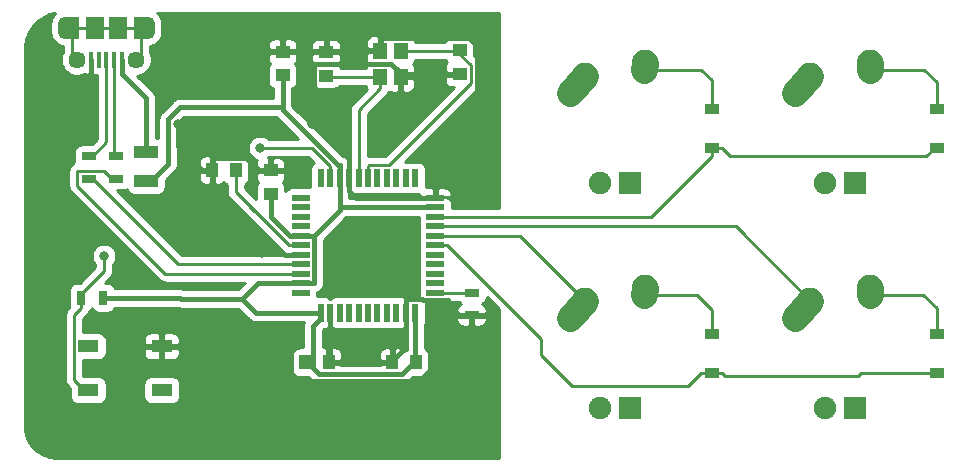
<source format=gbr>
G04 #@! TF.GenerationSoftware,KiCad,Pcbnew,(6.0.0-rc1-dev-1574-g3a1e66dba-dirty)*
G04 #@! TF.CreationDate,2019-01-27T21:49:17+01:00
G04 #@! TF.ProjectId,ai03_tutorial,61693033-5f74-4757-946f-7269616c2e6b,rev?*
G04 #@! TF.SameCoordinates,Original*
G04 #@! TF.FileFunction,Copper,L2,Bot*
G04 #@! TF.FilePolarity,Positive*
%FSLAX46Y46*%
G04 Gerber Fmt 4.6, Leading zero omitted, Abs format (unit mm)*
G04 Created by KiCad (PCBNEW (6.0.0-rc1-dev-1574-g3a1e66dba-dirty)) date 2019 January 27, Sunday 21:49:17*
%MOMM*%
%LPD*%
G04 APERTURE LIST*
%ADD10R,1.000000X1.250000*%
%ADD11R,1.250000X1.000000*%
%ADD12R,1.200000X0.900000*%
%ADD13R,2.029460X1.140460*%
%ADD14R,1.905000X1.905000*%
%ADD15C,1.905000*%
%ADD16C,2.250000*%
%ADD17C,2.250000*%
%ADD18R,1.300000X0.700000*%
%ADD19R,0.700000X1.300000*%
%ADD20R,1.800000X1.100000*%
%ADD21R,1.500000X0.550000*%
%ADD22R,0.550000X1.500000*%
%ADD23R,1.200000X1.400000*%
%ADD24R,1.500000X1.900000*%
%ADD25C,1.450000*%
%ADD26R,0.400000X1.350000*%
%ADD27O,1.200000X1.900000*%
%ADD28R,1.200000X1.900000*%
%ADD29C,0.800000*%
%ADD30C,0.381000*%
%ADD31C,0.254000*%
G04 APERTURE END LIST*
D10*
X115046000Y-105791000D03*
X113046000Y-105791000D03*
X122412000Y-105791000D03*
X120412000Y-105791000D03*
D11*
X114808000Y-79518000D03*
X114808000Y-81518000D03*
X111125000Y-79502000D03*
X111125000Y-81502000D03*
X110109000Y-91551000D03*
X110109000Y-89551000D03*
D10*
X107156000Y-89535000D03*
X105156000Y-89535000D03*
D12*
X147447000Y-87628000D03*
X147447000Y-84328000D03*
X147447000Y-106678000D03*
X147447000Y-103378000D03*
X166497000Y-84328000D03*
X166497000Y-87628000D03*
X166497000Y-103378000D03*
X166497000Y-106678000D03*
D13*
X99568000Y-90418920D03*
X99568000Y-88011000D03*
D14*
X140537001Y-90626001D03*
D15*
X137997001Y-90626001D03*
D16*
X136767001Y-81546001D03*
X136112002Y-82276001D03*
D17*
X135457001Y-83006001D02*
X136767003Y-81546001D01*
D16*
X141807001Y-80466001D03*
X141787001Y-80756001D03*
D17*
X141767001Y-81046001D02*
X141807001Y-80466001D01*
D16*
X141787001Y-99813001D03*
D17*
X141767001Y-100103001D02*
X141807001Y-99523001D01*
D16*
X141807001Y-99523001D03*
X136112002Y-101333001D03*
D17*
X135457001Y-102063001D02*
X136767003Y-100603001D01*
D16*
X136767001Y-100603001D03*
D15*
X137997001Y-109683001D03*
D14*
X140537001Y-109683001D03*
D16*
X160844001Y-80756001D03*
D17*
X160824001Y-81046001D02*
X160864001Y-80466001D01*
D16*
X160864001Y-80466001D03*
X155169002Y-82276001D03*
D17*
X154514001Y-83006001D02*
X155824003Y-81546001D01*
D16*
X155824001Y-81546001D03*
D15*
X157054001Y-90626001D03*
D14*
X159594001Y-90626001D03*
X159594001Y-109683001D03*
D15*
X157054001Y-109683001D03*
D16*
X155824001Y-100603001D03*
X155169002Y-101333001D03*
D17*
X154514001Y-102063001D02*
X155824003Y-100603001D01*
D16*
X160864001Y-99523001D03*
X160844001Y-99813001D03*
D17*
X160824001Y-100103001D02*
X160864001Y-99523001D01*
D18*
X97028000Y-90231000D03*
X97028000Y-88331000D03*
X94742000Y-88331000D03*
X94742000Y-90231000D03*
D19*
X95946000Y-100330000D03*
X94046000Y-100330000D03*
D18*
X127127000Y-101788000D03*
X127127000Y-99888000D03*
D20*
X100890000Y-104449000D03*
X94690000Y-108149000D03*
X100890000Y-108149000D03*
X94690000Y-104449000D03*
D21*
X112664000Y-99885000D03*
X112664000Y-99085000D03*
X112664000Y-98285000D03*
X112664000Y-97485000D03*
X112664000Y-96685000D03*
X112664000Y-95885000D03*
X112664000Y-95085000D03*
X112664000Y-94285000D03*
X112664000Y-93485000D03*
X112664000Y-92685000D03*
X112664000Y-91885000D03*
D22*
X114364000Y-90185000D03*
X115164000Y-90185000D03*
X115964000Y-90185000D03*
X116764000Y-90185000D03*
X117564000Y-90185000D03*
X118364000Y-90185000D03*
X119164000Y-90185000D03*
X119964000Y-90185000D03*
X120764000Y-90185000D03*
X121564000Y-90185000D03*
X122364000Y-90185000D03*
D21*
X124064000Y-91885000D03*
X124064000Y-92685000D03*
X124064000Y-93485000D03*
X124064000Y-94285000D03*
X124064000Y-95085000D03*
X124064000Y-95885000D03*
X124064000Y-96685000D03*
X124064000Y-97485000D03*
X124064000Y-98285000D03*
X124064000Y-99085000D03*
X124064000Y-99885000D03*
D22*
X122364000Y-101585000D03*
X121564000Y-101585000D03*
X120764000Y-101585000D03*
X119964000Y-101585000D03*
X119164000Y-101585000D03*
X118364000Y-101585000D03*
X117564000Y-101585000D03*
X116764000Y-101585000D03*
X115964000Y-101585000D03*
X115164000Y-101585000D03*
X114364000Y-101585000D03*
D23*
X121119000Y-79418000D03*
X121119000Y-81618000D03*
X119419000Y-81618000D03*
X119419000Y-79418000D03*
D11*
X126111000Y-81391000D03*
X126111000Y-79391000D03*
D24*
X97210000Y-77470000D03*
D25*
X93710000Y-80170000D03*
D26*
X95560000Y-80170000D03*
X94910000Y-80170000D03*
X97510000Y-80170000D03*
X96860000Y-80170000D03*
X96210000Y-80170000D03*
D25*
X98710000Y-80170000D03*
D24*
X95210000Y-77470000D03*
D27*
X92710000Y-77470000D03*
X99710000Y-77470000D03*
D28*
X99110000Y-77470000D03*
X93310000Y-77470000D03*
D29*
X113645468Y-85617532D03*
X102235000Y-85598000D03*
X94996000Y-85598000D03*
X109347000Y-96520000D03*
X109347000Y-106172000D03*
X96012000Y-96774000D03*
X109220000Y-87630000D03*
D30*
X120412000Y-105791000D02*
X115046000Y-105791000D01*
X121293000Y-104785000D02*
X120412000Y-105666000D01*
X121418000Y-104785000D02*
X121293000Y-104785000D01*
X120412000Y-105666000D02*
X120412000Y-105791000D01*
X121564000Y-104639000D02*
X121418000Y-104785000D01*
X121564000Y-101585000D02*
X121564000Y-104639000D01*
X115164000Y-105673000D02*
X115046000Y-105791000D01*
X115164000Y-101585000D02*
X115164000Y-105673000D01*
X114908000Y-79418000D02*
X114808000Y-79518000D01*
X119419000Y-79418000D02*
X114908000Y-79418000D01*
X121346000Y-81391000D02*
X121119000Y-81618000D01*
X126111000Y-81391000D02*
X121346000Y-81391000D01*
X114792000Y-79502000D02*
X114808000Y-79518000D01*
X111125000Y-79502000D02*
X114792000Y-79502000D01*
X116764000Y-87054000D02*
X116764000Y-89054000D01*
X116764000Y-89054000D02*
X116764000Y-90185000D01*
X113970599Y-80527499D02*
X113792499Y-80705599D01*
X120331401Y-80527499D02*
X113970599Y-80527499D01*
X113792499Y-80705599D02*
X113792499Y-84082499D01*
X121119000Y-81315098D02*
X120331401Y-80527499D01*
X121119000Y-81618000D02*
X121119000Y-81315098D01*
X122933000Y-91885000D02*
X124064000Y-91885000D01*
X117333000Y-91885000D02*
X122933000Y-91885000D01*
X116764000Y-91316000D02*
X117333000Y-91885000D01*
X116764000Y-90185000D02*
X116764000Y-91316000D01*
X119419000Y-78337000D02*
X119419000Y-79418000D01*
X119428501Y-78327499D02*
X119419000Y-78337000D01*
X126875401Y-78327499D02*
X119428501Y-78327499D01*
X127580511Y-79032609D02*
X126875401Y-78327499D01*
X127580511Y-87712489D02*
X127580511Y-79032609D01*
X124064000Y-91229000D02*
X127580511Y-87712489D01*
X124064000Y-91885000D02*
X124064000Y-91229000D01*
X113657000Y-85606000D02*
X113645468Y-85617532D01*
X115316000Y-85606000D02*
X113657000Y-85606000D01*
X113792499Y-84082499D02*
X115316000Y-85606000D01*
X115316000Y-85606000D02*
X116764000Y-87054000D01*
X104275000Y-89535000D02*
X105156000Y-89535000D01*
X102235000Y-87495000D02*
X104275000Y-89535000D01*
X102235000Y-85598000D02*
X102235000Y-87495000D01*
X111533000Y-96685000D02*
X112664000Y-96685000D01*
X111300000Y-96685000D02*
X111533000Y-96685000D01*
X105156000Y-89535000D02*
X105156000Y-90541000D01*
X108071499Y-88519499D02*
X109103000Y-89551000D01*
X105165501Y-88519499D02*
X108071499Y-88519499D01*
X109103000Y-89551000D02*
X110109000Y-89551000D01*
X105156000Y-88529000D02*
X105165501Y-88519499D01*
X105156000Y-89535000D02*
X105156000Y-88529000D01*
X125134368Y-100550501D02*
X123029501Y-100550501D01*
X121573501Y-100444499D02*
X121564000Y-100454000D01*
X121564000Y-100454000D02*
X121564000Y-101585000D01*
X123029501Y-100550501D02*
X122923499Y-100444499D01*
X122923499Y-100444499D02*
X121573501Y-100444499D01*
X102171000Y-104449000D02*
X105109510Y-107387510D01*
X100890000Y-104449000D02*
X102171000Y-104449000D01*
X125134368Y-104896534D02*
X124841000Y-105189902D01*
X125134368Y-100550501D02*
X125134368Y-104896534D01*
X122643392Y-107387510D02*
X124841000Y-105189902D01*
X126096000Y-101788000D02*
X125134368Y-100826368D01*
X125134368Y-100826368D02*
X125134368Y-100550501D01*
X127127000Y-101788000D02*
X126096000Y-101788000D01*
X94910000Y-84946315D02*
X94910000Y-81226000D01*
X94910000Y-81226000D02*
X94910000Y-80170000D01*
X94996000Y-85032315D02*
X94910000Y-84946315D01*
X94996000Y-85598000D02*
X94996000Y-85032315D01*
X109357000Y-96510000D02*
X109347000Y-96520000D01*
X109357000Y-94742000D02*
X109357000Y-96510000D01*
X105156000Y-90541000D02*
X109357000Y-94742000D01*
X109357000Y-94742000D02*
X111300000Y-96685000D01*
X109347000Y-106737685D02*
X109347000Y-107387510D01*
X109347000Y-106172000D02*
X109347000Y-106737685D01*
X109347000Y-107387510D02*
X122643392Y-107387510D01*
X105109510Y-107387510D02*
X109347000Y-107387510D01*
X122364000Y-105743000D02*
X122412000Y-105791000D01*
X122364000Y-101585000D02*
X122364000Y-105743000D01*
X121224401Y-106806501D02*
X122364000Y-105666902D01*
X122364000Y-105666902D02*
X122364000Y-101585000D01*
X114233599Y-106806501D02*
X121224401Y-106806501D01*
X113708000Y-102716000D02*
X113708000Y-106280902D01*
X114364000Y-102060000D02*
X113708000Y-102716000D01*
X114364000Y-101585000D02*
X114364000Y-102060000D01*
X109037630Y-99094501D02*
X107719632Y-100412499D01*
X111523499Y-99094501D02*
X109037630Y-99094501D01*
X111533000Y-99085000D02*
X111523499Y-99094501D01*
X112664000Y-99085000D02*
X111533000Y-99085000D01*
X115964000Y-90185000D02*
X115964000Y-89054000D01*
X115964000Y-92916000D02*
X113795000Y-95085000D01*
X115989000Y-92685000D02*
X115964000Y-92710000D01*
X124064000Y-92685000D02*
X115989000Y-92685000D01*
X115964000Y-92710000D02*
X115964000Y-92916000D01*
X115964000Y-90185000D02*
X115964000Y-92710000D01*
X107719632Y-100412499D02*
X106045000Y-100412499D01*
X113795000Y-99085000D02*
X112664000Y-99085000D01*
X113804501Y-99075499D02*
X113795000Y-99085000D01*
X113804501Y-95094501D02*
X113804501Y-99075499D01*
X113795000Y-95085000D02*
X113804501Y-95094501D01*
X112664000Y-95085000D02*
X113795000Y-95085000D01*
X111736098Y-95085000D02*
X112664000Y-95085000D01*
X110109000Y-93457902D02*
X111736098Y-95085000D01*
X110109000Y-91551000D02*
X110109000Y-93457902D01*
X108892133Y-101585000D02*
X107719632Y-100412499D01*
X114364000Y-101585000D02*
X108892133Y-101585000D01*
X113046000Y-105791000D02*
X113218098Y-105791000D01*
X113218098Y-105791000D02*
X113919000Y-106491902D01*
X113919000Y-106491902D02*
X114233599Y-106806501D01*
X113708000Y-106280902D02*
X113919000Y-106491902D01*
X111125000Y-84410131D02*
X115964000Y-89249131D01*
X115964000Y-89249131D02*
X115964000Y-90185000D01*
X102406501Y-100330000D02*
X102489000Y-100412499D01*
X95946000Y-100330000D02*
X102406501Y-100330000D01*
X102489000Y-100412499D02*
X106045000Y-100412499D01*
X102462058Y-84201000D02*
X111125000Y-84201000D01*
X101444499Y-85218559D02*
X102462058Y-84201000D01*
X101444499Y-88986921D02*
X101444499Y-85218559D01*
X100012500Y-90418920D02*
X101444499Y-88986921D01*
X99568000Y-90418920D02*
X100012500Y-90418920D01*
X111125000Y-81502000D02*
X111125000Y-84201000D01*
X111125000Y-84201000D02*
X111125000Y-84410131D01*
D31*
X114908000Y-81618000D02*
X114808000Y-81518000D01*
X119419000Y-81618000D02*
X114908000Y-81618000D01*
X117564000Y-84427000D02*
X117564000Y-89181000D01*
X119419000Y-82572000D02*
X117564000Y-84427000D01*
X117564000Y-89181000D02*
X117564000Y-90185000D01*
X119419000Y-81618000D02*
X119419000Y-82572000D01*
X108315000Y-92540000D02*
X111660000Y-95885000D01*
X111660000Y-95885000D02*
X112664000Y-95885000D01*
X107156000Y-91381000D02*
X111660000Y-95885000D01*
X107156000Y-89535000D02*
X107156000Y-91381000D01*
X166347000Y-87628000D02*
X166497000Y-87628000D01*
X165643000Y-88332000D02*
X166347000Y-87628000D01*
X149005000Y-88332000D02*
X165643000Y-88332000D01*
X148301000Y-87628000D02*
X149005000Y-88332000D01*
X147447000Y-87628000D02*
X148301000Y-87628000D01*
X147447000Y-88332000D02*
X147447000Y-87628000D01*
X142294000Y-93485000D02*
X147447000Y-88332000D01*
X124064000Y-93485000D02*
X142294000Y-93485000D01*
X141767001Y-81046001D02*
X146578001Y-81046001D01*
X147447000Y-81915000D02*
X147447000Y-84328000D01*
X146578001Y-81046001D02*
X147447000Y-81915000D01*
X148301000Y-106678000D02*
X147447000Y-106678000D01*
X148546902Y-106923902D02*
X148301000Y-106678000D01*
X159859498Y-106923902D02*
X148546902Y-106923902D01*
X160105400Y-106678000D02*
X159859498Y-106923902D01*
X166497000Y-106678000D02*
X160105400Y-106678000D01*
X132985000Y-105179962D02*
X135628038Y-107823000D01*
X132985000Y-103802000D02*
X132985000Y-105179962D01*
X125068000Y-95885000D02*
X132985000Y-103802000D01*
X124064000Y-95885000D02*
X125068000Y-95885000D01*
X146593000Y-106678000D02*
X147447000Y-106678000D01*
X145448000Y-107823000D02*
X146593000Y-106678000D01*
X135628038Y-107823000D02*
X145448000Y-107823000D01*
X141767001Y-100103001D02*
X146204001Y-100103001D01*
X147447000Y-101346000D02*
X147447000Y-103378000D01*
X146204001Y-100103001D02*
X147447000Y-101346000D01*
X160824001Y-81046001D02*
X165460999Y-81046001D01*
X166497000Y-82082002D02*
X166497000Y-84328000D01*
X165460999Y-81046001D02*
X166497000Y-82082002D01*
X160824001Y-100103001D02*
X165381001Y-100103001D01*
X166497000Y-101219000D02*
X166497000Y-103378000D01*
X165381001Y-100103001D02*
X166497000Y-101219000D01*
D30*
X97510000Y-80170000D02*
X97510000Y-81381000D01*
X99568000Y-83439000D02*
X99568000Y-88011000D01*
X97510000Y-81381000D02*
X99568000Y-83439000D01*
D31*
X131249000Y-95085000D02*
X136767001Y-100603001D01*
X124064000Y-95085000D02*
X131249000Y-95085000D01*
X149506000Y-94285000D02*
X155824001Y-100603001D01*
X124064000Y-94285000D02*
X149506000Y-94285000D01*
X101207398Y-98285000D02*
X112664000Y-98285000D01*
X93764999Y-89619399D02*
X93764999Y-90842601D01*
X96050999Y-89553999D02*
X93830399Y-89553999D01*
X93764999Y-90842601D02*
X101207398Y-98285000D01*
X96728000Y-90231000D02*
X96050999Y-89553999D01*
X93830399Y-89553999D02*
X93764999Y-89619399D01*
X97028000Y-90231000D02*
X96728000Y-90231000D01*
X96860000Y-88163000D02*
X97028000Y-88331000D01*
X96860000Y-80170000D02*
X96860000Y-88163000D01*
X95042000Y-88331000D02*
X94742000Y-88331000D01*
X96210000Y-87163000D02*
X95042000Y-88331000D01*
X96210000Y-80170000D02*
X96210000Y-87163000D01*
X111660000Y-97485000D02*
X112664000Y-97485000D01*
X102296000Y-97485000D02*
X111660000Y-97485000D01*
X95042000Y-90231000D02*
X102296000Y-97485000D01*
X94742000Y-90231000D02*
X95042000Y-90231000D01*
X94046000Y-101234000D02*
X94046000Y-100330000D01*
X93462999Y-107271999D02*
X93462999Y-101817001D01*
X93462999Y-101817001D02*
X94046000Y-101234000D01*
X94340000Y-108149000D02*
X93462999Y-107271999D01*
X94690000Y-108149000D02*
X94340000Y-108149000D01*
X96012000Y-98064000D02*
X96012000Y-96774000D01*
X94046000Y-100030000D02*
X96012000Y-98064000D01*
X94046000Y-100330000D02*
X94046000Y-100030000D01*
X115164000Y-89181000D02*
X115164000Y-90185000D01*
X113613000Y-87630000D02*
X115164000Y-89181000D01*
X109220000Y-87630000D02*
X113613000Y-87630000D01*
X124067000Y-99888000D02*
X124064000Y-99885000D01*
X127127000Y-99888000D02*
X124067000Y-99888000D01*
X93310000Y-79770000D02*
X93710000Y-80170000D01*
X93310000Y-77470000D02*
X93310000Y-79770000D01*
X99110000Y-77470000D02*
X92710000Y-77470000D01*
X99110000Y-79770000D02*
X98710000Y-80170000D01*
X99110000Y-77470000D02*
X99110000Y-79770000D01*
X126084000Y-79418000D02*
X126111000Y-79391000D01*
X121119000Y-79418000D02*
X126084000Y-79418000D01*
X118364000Y-89181000D02*
X118364000Y-90185000D01*
X118437001Y-89107999D02*
X118364000Y-89181000D01*
X127063001Y-82152601D02*
X120107603Y-89107999D01*
X120107603Y-89107999D02*
X118437001Y-89107999D01*
X127063001Y-80629399D02*
X127063001Y-82152601D01*
X125851602Y-79418000D02*
X127063001Y-80629399D01*
X121119000Y-79418000D02*
X125851602Y-79418000D01*
G36*
X91832499Y-76242498D02*
G01*
X91678168Y-76430551D01*
X91563489Y-76645099D01*
X91492870Y-76877898D01*
X91475000Y-77059335D01*
X91475000Y-77880664D01*
X91492870Y-78062101D01*
X91563489Y-78294900D01*
X91678167Y-78509448D01*
X91832498Y-78697502D01*
X92020551Y-78851833D01*
X92235099Y-78966511D01*
X92467898Y-79037130D01*
X92548001Y-79045019D01*
X92548001Y-79461120D01*
X92504784Y-79525799D01*
X92402264Y-79773303D01*
X92350000Y-80036052D01*
X92350000Y-80303948D01*
X92402264Y-80566697D01*
X92504784Y-80814201D01*
X92653619Y-81036949D01*
X92843051Y-81226381D01*
X93065799Y-81375216D01*
X93313303Y-81477736D01*
X93576052Y-81530000D01*
X93843948Y-81530000D01*
X94106697Y-81477736D01*
X94354201Y-81375216D01*
X94357378Y-81373093D01*
X94409215Y-81407730D01*
X94524777Y-81455597D01*
X94647458Y-81480000D01*
X94651250Y-81480000D01*
X94810000Y-81321250D01*
X94810000Y-81163082D01*
X94829463Y-81199494D01*
X94908815Y-81296185D01*
X95005506Y-81375537D01*
X95115820Y-81434502D01*
X95126488Y-81437738D01*
X95168750Y-81480000D01*
X95172542Y-81480000D01*
X95228870Y-81468795D01*
X95235518Y-81470812D01*
X95360000Y-81483072D01*
X95448000Y-81483072D01*
X95448001Y-86847368D01*
X94952442Y-87342928D01*
X94092000Y-87342928D01*
X93967518Y-87355188D01*
X93847820Y-87391498D01*
X93737506Y-87450463D01*
X93640815Y-87529815D01*
X93561463Y-87626506D01*
X93502498Y-87736820D01*
X93466188Y-87856518D01*
X93453928Y-87981000D01*
X93453928Y-88681000D01*
X93466188Y-88805482D01*
X93486853Y-88873606D01*
X93405007Y-88917354D01*
X93288977Y-89012577D01*
X93265113Y-89041656D01*
X93252655Y-89054113D01*
X93223577Y-89077977D01*
X93197618Y-89109609D01*
X93128354Y-89194007D01*
X93093515Y-89259188D01*
X93057597Y-89326385D01*
X93014025Y-89470022D01*
X93002999Y-89581973D01*
X92999313Y-89619399D01*
X93002999Y-89656823D01*
X93003000Y-90805168D01*
X92999313Y-90842601D01*
X93014026Y-90991979D01*
X93057598Y-91135616D01*
X93128354Y-91267993D01*
X93187276Y-91339789D01*
X93223578Y-91384023D01*
X93252648Y-91407880D01*
X100642114Y-98797346D01*
X100665976Y-98826422D01*
X100739617Y-98886857D01*
X100782005Y-98921645D01*
X100832244Y-98948498D01*
X100914383Y-98992402D01*
X101058020Y-99035974D01*
X101169972Y-99047000D01*
X101169975Y-99047000D01*
X101207398Y-99050686D01*
X101244821Y-99047000D01*
X107917698Y-99047000D01*
X107377700Y-99586999D01*
X102767623Y-99586999D01*
X102723935Y-99563647D01*
X102568327Y-99516444D01*
X102447054Y-99504500D01*
X102447051Y-99504500D01*
X102406501Y-99500506D01*
X102365951Y-99504500D01*
X96906336Y-99504500D01*
X96885502Y-99435820D01*
X96826537Y-99325506D01*
X96747185Y-99228815D01*
X96650494Y-99149463D01*
X96540180Y-99090498D01*
X96420482Y-99054188D01*
X96296000Y-99041928D01*
X96111703Y-99041928D01*
X96524353Y-98629278D01*
X96553422Y-98605422D01*
X96590699Y-98560000D01*
X96648645Y-98489393D01*
X96693859Y-98404802D01*
X96719402Y-98357015D01*
X96762974Y-98213378D01*
X96774000Y-98101426D01*
X96774000Y-98101423D01*
X96777686Y-98064000D01*
X96774000Y-98026577D01*
X96774000Y-97475711D01*
X96815937Y-97433774D01*
X96929205Y-97264256D01*
X97007226Y-97075898D01*
X97047000Y-96875939D01*
X97047000Y-96672061D01*
X97007226Y-96472102D01*
X96929205Y-96283744D01*
X96815937Y-96114226D01*
X96671774Y-95970063D01*
X96502256Y-95856795D01*
X96313898Y-95778774D01*
X96113939Y-95739000D01*
X95910061Y-95739000D01*
X95710102Y-95778774D01*
X95521744Y-95856795D01*
X95352226Y-95970063D01*
X95208063Y-96114226D01*
X95094795Y-96283744D01*
X95016774Y-96472102D01*
X94977000Y-96672061D01*
X94977000Y-96875939D01*
X95016774Y-97075898D01*
X95094795Y-97264256D01*
X95208063Y-97433774D01*
X95250000Y-97475711D01*
X95250000Y-97748369D01*
X93956442Y-99041928D01*
X93696000Y-99041928D01*
X93571518Y-99054188D01*
X93451820Y-99090498D01*
X93341506Y-99149463D01*
X93244815Y-99228815D01*
X93165463Y-99325506D01*
X93106498Y-99435820D01*
X93070188Y-99555518D01*
X93057928Y-99680000D01*
X93057928Y-100980000D01*
X93070188Y-101104482D01*
X93076635Y-101125735D01*
X92950648Y-101251722D01*
X92921578Y-101275579D01*
X92897721Y-101304649D01*
X92897720Y-101304650D01*
X92826354Y-101391609D01*
X92755598Y-101523986D01*
X92712026Y-101667623D01*
X92697313Y-101817001D01*
X92701000Y-101854434D01*
X92700999Y-107234576D01*
X92697313Y-107271999D01*
X92700999Y-107309422D01*
X92700999Y-107309424D01*
X92712025Y-107421376D01*
X92755597Y-107565013D01*
X92785018Y-107620056D01*
X92826354Y-107697391D01*
X92847869Y-107723607D01*
X92921577Y-107813421D01*
X92950653Y-107837283D01*
X93151928Y-108038558D01*
X93151928Y-108699000D01*
X93164188Y-108823482D01*
X93200498Y-108943180D01*
X93259463Y-109053494D01*
X93338815Y-109150185D01*
X93435506Y-109229537D01*
X93545820Y-109288502D01*
X93665518Y-109324812D01*
X93790000Y-109337072D01*
X95590000Y-109337072D01*
X95714482Y-109324812D01*
X95834180Y-109288502D01*
X95944494Y-109229537D01*
X96041185Y-109150185D01*
X96120537Y-109053494D01*
X96179502Y-108943180D01*
X96215812Y-108823482D01*
X96228072Y-108699000D01*
X96228072Y-107599000D01*
X99351928Y-107599000D01*
X99351928Y-108699000D01*
X99364188Y-108823482D01*
X99400498Y-108943180D01*
X99459463Y-109053494D01*
X99538815Y-109150185D01*
X99635506Y-109229537D01*
X99745820Y-109288502D01*
X99865518Y-109324812D01*
X99990000Y-109337072D01*
X101790000Y-109337072D01*
X101914482Y-109324812D01*
X102034180Y-109288502D01*
X102144494Y-109229537D01*
X102241185Y-109150185D01*
X102320537Y-109053494D01*
X102379502Y-108943180D01*
X102415812Y-108823482D01*
X102428072Y-108699000D01*
X102428072Y-107599000D01*
X102415812Y-107474518D01*
X102379502Y-107354820D01*
X102320537Y-107244506D01*
X102241185Y-107147815D01*
X102144494Y-107068463D01*
X102034180Y-107009498D01*
X101914482Y-106973188D01*
X101790000Y-106960928D01*
X99990000Y-106960928D01*
X99865518Y-106973188D01*
X99745820Y-107009498D01*
X99635506Y-107068463D01*
X99538815Y-107147815D01*
X99459463Y-107244506D01*
X99400498Y-107354820D01*
X99364188Y-107474518D01*
X99351928Y-107599000D01*
X96228072Y-107599000D01*
X96215812Y-107474518D01*
X96179502Y-107354820D01*
X96120537Y-107244506D01*
X96041185Y-107147815D01*
X95944494Y-107068463D01*
X95834180Y-107009498D01*
X95714482Y-106973188D01*
X95590000Y-106960928D01*
X94229558Y-106960928D01*
X94224999Y-106956369D01*
X94224999Y-105637072D01*
X95590000Y-105637072D01*
X95714482Y-105624812D01*
X95834180Y-105588502D01*
X95944494Y-105529537D01*
X96041185Y-105450185D01*
X96120537Y-105353494D01*
X96179502Y-105243180D01*
X96215812Y-105123482D01*
X96228072Y-104999000D01*
X96228072Y-104734750D01*
X99355000Y-104734750D01*
X99355000Y-105061542D01*
X99379403Y-105184223D01*
X99427270Y-105299785D01*
X99496763Y-105403789D01*
X99585211Y-105492237D01*
X99689215Y-105561730D01*
X99804777Y-105609597D01*
X99927458Y-105634000D01*
X100604250Y-105634000D01*
X100763000Y-105475250D01*
X100763000Y-104576000D01*
X101017000Y-104576000D01*
X101017000Y-105475250D01*
X101175750Y-105634000D01*
X101852542Y-105634000D01*
X101975223Y-105609597D01*
X102090785Y-105561730D01*
X102194789Y-105492237D01*
X102283237Y-105403789D01*
X102352730Y-105299785D01*
X102400597Y-105184223D01*
X102425000Y-105061542D01*
X102425000Y-104734750D01*
X102266250Y-104576000D01*
X101017000Y-104576000D01*
X100763000Y-104576000D01*
X99513750Y-104576000D01*
X99355000Y-104734750D01*
X96228072Y-104734750D01*
X96228072Y-103899000D01*
X96221913Y-103836458D01*
X99355000Y-103836458D01*
X99355000Y-104163250D01*
X99513750Y-104322000D01*
X100763000Y-104322000D01*
X100763000Y-103422750D01*
X101017000Y-103422750D01*
X101017000Y-104322000D01*
X102266250Y-104322000D01*
X102425000Y-104163250D01*
X102425000Y-103836458D01*
X102400597Y-103713777D01*
X102352730Y-103598215D01*
X102283237Y-103494211D01*
X102194789Y-103405763D01*
X102090785Y-103336270D01*
X101975223Y-103288403D01*
X101852542Y-103264000D01*
X101175750Y-103264000D01*
X101017000Y-103422750D01*
X100763000Y-103422750D01*
X100604250Y-103264000D01*
X99927458Y-103264000D01*
X99804777Y-103288403D01*
X99689215Y-103336270D01*
X99585211Y-103405763D01*
X99496763Y-103494211D01*
X99427270Y-103598215D01*
X99379403Y-103713777D01*
X99355000Y-103836458D01*
X96221913Y-103836458D01*
X96215812Y-103774518D01*
X96179502Y-103654820D01*
X96120537Y-103544506D01*
X96041185Y-103447815D01*
X95944494Y-103368463D01*
X95834180Y-103309498D01*
X95714482Y-103273188D01*
X95590000Y-103260928D01*
X94224999Y-103260928D01*
X94224999Y-102132631D01*
X94558352Y-101799278D01*
X94587422Y-101775422D01*
X94639471Y-101712000D01*
X94682645Y-101659393D01*
X94753401Y-101527016D01*
X94753402Y-101527015D01*
X94761021Y-101501897D01*
X94847185Y-101431185D01*
X94926537Y-101334494D01*
X94985502Y-101224180D01*
X94996000Y-101189573D01*
X95006498Y-101224180D01*
X95065463Y-101334494D01*
X95144815Y-101431185D01*
X95241506Y-101510537D01*
X95351820Y-101569502D01*
X95471518Y-101605812D01*
X95596000Y-101618072D01*
X96296000Y-101618072D01*
X96420482Y-101605812D01*
X96540180Y-101569502D01*
X96650494Y-101510537D01*
X96747185Y-101431185D01*
X96826537Y-101334494D01*
X96885502Y-101224180D01*
X96906336Y-101155500D01*
X102127878Y-101155500D01*
X102171566Y-101178852D01*
X102327174Y-101226055D01*
X102448447Y-101237999D01*
X102448449Y-101237999D01*
X102488999Y-101241993D01*
X102529550Y-101237999D01*
X107377700Y-101237999D01*
X108279744Y-102140045D01*
X108305592Y-102171541D01*
X108337088Y-102197389D01*
X108337091Y-102197392D01*
X108431290Y-102274699D01*
X108522072Y-102323223D01*
X108574699Y-102351353D01*
X108730307Y-102398556D01*
X108851580Y-102410500D01*
X108851582Y-102410500D01*
X108892133Y-102414494D01*
X108932683Y-102410500D01*
X112938027Y-102410500D01*
X112894444Y-102554175D01*
X112885347Y-102646541D01*
X112878506Y-102716000D01*
X112882500Y-102756551D01*
X112882501Y-104527928D01*
X112546000Y-104527928D01*
X112421518Y-104540188D01*
X112301820Y-104576498D01*
X112191506Y-104635463D01*
X112094815Y-104714815D01*
X112015463Y-104811506D01*
X111956498Y-104921820D01*
X111920188Y-105041518D01*
X111907928Y-105166000D01*
X111907928Y-106416000D01*
X111920188Y-106540482D01*
X111956498Y-106660180D01*
X112015463Y-106770494D01*
X112094815Y-106867185D01*
X112191506Y-106946537D01*
X112301820Y-107005502D01*
X112421518Y-107041812D01*
X112546000Y-107054072D01*
X113313737Y-107054072D01*
X113363958Y-107104293D01*
X113363964Y-107104298D01*
X113621201Y-107361535D01*
X113647058Y-107393042D01*
X113772757Y-107496200D01*
X113916165Y-107572854D01*
X114071773Y-107620057D01*
X114193046Y-107632001D01*
X114193048Y-107632001D01*
X114233598Y-107635995D01*
X114274149Y-107632001D01*
X121183851Y-107632001D01*
X121224401Y-107635995D01*
X121264951Y-107632001D01*
X121264954Y-107632001D01*
X121386227Y-107620057D01*
X121541835Y-107572854D01*
X121685243Y-107496200D01*
X121810942Y-107393042D01*
X121836799Y-107361535D01*
X122144262Y-107054072D01*
X122912000Y-107054072D01*
X123036482Y-107041812D01*
X123156180Y-107005502D01*
X123266494Y-106946537D01*
X123363185Y-106867185D01*
X123442537Y-106770494D01*
X123501502Y-106660180D01*
X123537812Y-106540482D01*
X123550072Y-106416000D01*
X123550072Y-105166000D01*
X123537812Y-105041518D01*
X123501502Y-104921820D01*
X123442537Y-104811506D01*
X123363185Y-104714815D01*
X123266494Y-104635463D01*
X123189500Y-104594308D01*
X123189500Y-102652146D01*
X123228502Y-102579180D01*
X123264812Y-102459482D01*
X123277072Y-102335000D01*
X123277072Y-102073750D01*
X125842000Y-102073750D01*
X125842000Y-102200542D01*
X125866403Y-102323223D01*
X125914270Y-102438785D01*
X125983763Y-102542789D01*
X126072211Y-102631237D01*
X126176215Y-102700730D01*
X126291777Y-102748597D01*
X126414458Y-102773000D01*
X126841250Y-102773000D01*
X127000000Y-102614250D01*
X127000000Y-101915000D01*
X127254000Y-101915000D01*
X127254000Y-102614250D01*
X127412750Y-102773000D01*
X127839542Y-102773000D01*
X127962223Y-102748597D01*
X128077785Y-102700730D01*
X128181789Y-102631237D01*
X128270237Y-102542789D01*
X128339730Y-102438785D01*
X128387597Y-102323223D01*
X128412000Y-102200542D01*
X128412000Y-102073750D01*
X128253250Y-101915000D01*
X127254000Y-101915000D01*
X127000000Y-101915000D01*
X126000750Y-101915000D01*
X125842000Y-102073750D01*
X123277072Y-102073750D01*
X123277072Y-100835000D01*
X123273038Y-100794038D01*
X123314000Y-100798072D01*
X124814000Y-100798072D01*
X124938482Y-100785812D01*
X125058180Y-100749502D01*
X125168494Y-100690537D01*
X125217889Y-100650000D01*
X125993657Y-100650000D01*
X126025815Y-100689185D01*
X126122506Y-100768537D01*
X126232820Y-100827502D01*
X126266715Y-100837784D01*
X126176215Y-100875270D01*
X126072211Y-100944763D01*
X125983763Y-101033211D01*
X125914270Y-101137215D01*
X125866403Y-101252777D01*
X125842000Y-101375458D01*
X125842000Y-101502250D01*
X126000750Y-101661000D01*
X127000000Y-101661000D01*
X127000000Y-101641000D01*
X127254000Y-101641000D01*
X127254000Y-101661000D01*
X128253250Y-101661000D01*
X128412000Y-101502250D01*
X128412000Y-101375458D01*
X128387597Y-101252777D01*
X128339730Y-101137215D01*
X128270237Y-101033211D01*
X128181789Y-100944763D01*
X128077785Y-100875270D01*
X127987285Y-100837784D01*
X128021180Y-100827502D01*
X128131494Y-100768537D01*
X128228185Y-100689185D01*
X128307537Y-100592494D01*
X128366502Y-100482180D01*
X128402812Y-100362482D01*
X128408643Y-100303274D01*
X129413000Y-101307631D01*
X129413000Y-113919000D01*
X91960577Y-113919000D01*
X91349342Y-113796753D01*
X90737441Y-113551993D01*
X90377914Y-113312308D01*
X89766374Y-112700768D01*
X89523959Y-112215938D01*
X89281000Y-111608541D01*
X89281000Y-79006577D01*
X89403247Y-78395342D01*
X89646680Y-77786761D01*
X90012182Y-77299424D01*
X90501778Y-76809828D01*
X91358116Y-76320492D01*
X91859699Y-76220176D01*
X91832499Y-76242498D01*
X91832499Y-76242498D01*
G37*
X91832499Y-76242498D02*
X91678168Y-76430551D01*
X91563489Y-76645099D01*
X91492870Y-76877898D01*
X91475000Y-77059335D01*
X91475000Y-77880664D01*
X91492870Y-78062101D01*
X91563489Y-78294900D01*
X91678167Y-78509448D01*
X91832498Y-78697502D01*
X92020551Y-78851833D01*
X92235099Y-78966511D01*
X92467898Y-79037130D01*
X92548001Y-79045019D01*
X92548001Y-79461120D01*
X92504784Y-79525799D01*
X92402264Y-79773303D01*
X92350000Y-80036052D01*
X92350000Y-80303948D01*
X92402264Y-80566697D01*
X92504784Y-80814201D01*
X92653619Y-81036949D01*
X92843051Y-81226381D01*
X93065799Y-81375216D01*
X93313303Y-81477736D01*
X93576052Y-81530000D01*
X93843948Y-81530000D01*
X94106697Y-81477736D01*
X94354201Y-81375216D01*
X94357378Y-81373093D01*
X94409215Y-81407730D01*
X94524777Y-81455597D01*
X94647458Y-81480000D01*
X94651250Y-81480000D01*
X94810000Y-81321250D01*
X94810000Y-81163082D01*
X94829463Y-81199494D01*
X94908815Y-81296185D01*
X95005506Y-81375537D01*
X95115820Y-81434502D01*
X95126488Y-81437738D01*
X95168750Y-81480000D01*
X95172542Y-81480000D01*
X95228870Y-81468795D01*
X95235518Y-81470812D01*
X95360000Y-81483072D01*
X95448000Y-81483072D01*
X95448001Y-86847368D01*
X94952442Y-87342928D01*
X94092000Y-87342928D01*
X93967518Y-87355188D01*
X93847820Y-87391498D01*
X93737506Y-87450463D01*
X93640815Y-87529815D01*
X93561463Y-87626506D01*
X93502498Y-87736820D01*
X93466188Y-87856518D01*
X93453928Y-87981000D01*
X93453928Y-88681000D01*
X93466188Y-88805482D01*
X93486853Y-88873606D01*
X93405007Y-88917354D01*
X93288977Y-89012577D01*
X93265113Y-89041656D01*
X93252655Y-89054113D01*
X93223577Y-89077977D01*
X93197618Y-89109609D01*
X93128354Y-89194007D01*
X93093515Y-89259188D01*
X93057597Y-89326385D01*
X93014025Y-89470022D01*
X93002999Y-89581973D01*
X92999313Y-89619399D01*
X93002999Y-89656823D01*
X93003000Y-90805168D01*
X92999313Y-90842601D01*
X93014026Y-90991979D01*
X93057598Y-91135616D01*
X93128354Y-91267993D01*
X93187276Y-91339789D01*
X93223578Y-91384023D01*
X93252648Y-91407880D01*
X100642114Y-98797346D01*
X100665976Y-98826422D01*
X100739617Y-98886857D01*
X100782005Y-98921645D01*
X100832244Y-98948498D01*
X100914383Y-98992402D01*
X101058020Y-99035974D01*
X101169972Y-99047000D01*
X101169975Y-99047000D01*
X101207398Y-99050686D01*
X101244821Y-99047000D01*
X107917698Y-99047000D01*
X107377700Y-99586999D01*
X102767623Y-99586999D01*
X102723935Y-99563647D01*
X102568327Y-99516444D01*
X102447054Y-99504500D01*
X102447051Y-99504500D01*
X102406501Y-99500506D01*
X102365951Y-99504500D01*
X96906336Y-99504500D01*
X96885502Y-99435820D01*
X96826537Y-99325506D01*
X96747185Y-99228815D01*
X96650494Y-99149463D01*
X96540180Y-99090498D01*
X96420482Y-99054188D01*
X96296000Y-99041928D01*
X96111703Y-99041928D01*
X96524353Y-98629278D01*
X96553422Y-98605422D01*
X96590699Y-98560000D01*
X96648645Y-98489393D01*
X96693859Y-98404802D01*
X96719402Y-98357015D01*
X96762974Y-98213378D01*
X96774000Y-98101426D01*
X96774000Y-98101423D01*
X96777686Y-98064000D01*
X96774000Y-98026577D01*
X96774000Y-97475711D01*
X96815937Y-97433774D01*
X96929205Y-97264256D01*
X97007226Y-97075898D01*
X97047000Y-96875939D01*
X97047000Y-96672061D01*
X97007226Y-96472102D01*
X96929205Y-96283744D01*
X96815937Y-96114226D01*
X96671774Y-95970063D01*
X96502256Y-95856795D01*
X96313898Y-95778774D01*
X96113939Y-95739000D01*
X95910061Y-95739000D01*
X95710102Y-95778774D01*
X95521744Y-95856795D01*
X95352226Y-95970063D01*
X95208063Y-96114226D01*
X95094795Y-96283744D01*
X95016774Y-96472102D01*
X94977000Y-96672061D01*
X94977000Y-96875939D01*
X95016774Y-97075898D01*
X95094795Y-97264256D01*
X95208063Y-97433774D01*
X95250000Y-97475711D01*
X95250000Y-97748369D01*
X93956442Y-99041928D01*
X93696000Y-99041928D01*
X93571518Y-99054188D01*
X93451820Y-99090498D01*
X93341506Y-99149463D01*
X93244815Y-99228815D01*
X93165463Y-99325506D01*
X93106498Y-99435820D01*
X93070188Y-99555518D01*
X93057928Y-99680000D01*
X93057928Y-100980000D01*
X93070188Y-101104482D01*
X93076635Y-101125735D01*
X92950648Y-101251722D01*
X92921578Y-101275579D01*
X92897721Y-101304649D01*
X92897720Y-101304650D01*
X92826354Y-101391609D01*
X92755598Y-101523986D01*
X92712026Y-101667623D01*
X92697313Y-101817001D01*
X92701000Y-101854434D01*
X92700999Y-107234576D01*
X92697313Y-107271999D01*
X92700999Y-107309422D01*
X92700999Y-107309424D01*
X92712025Y-107421376D01*
X92755597Y-107565013D01*
X92785018Y-107620056D01*
X92826354Y-107697391D01*
X92847869Y-107723607D01*
X92921577Y-107813421D01*
X92950653Y-107837283D01*
X93151928Y-108038558D01*
X93151928Y-108699000D01*
X93164188Y-108823482D01*
X93200498Y-108943180D01*
X93259463Y-109053494D01*
X93338815Y-109150185D01*
X93435506Y-109229537D01*
X93545820Y-109288502D01*
X93665518Y-109324812D01*
X93790000Y-109337072D01*
X95590000Y-109337072D01*
X95714482Y-109324812D01*
X95834180Y-109288502D01*
X95944494Y-109229537D01*
X96041185Y-109150185D01*
X96120537Y-109053494D01*
X96179502Y-108943180D01*
X96215812Y-108823482D01*
X96228072Y-108699000D01*
X96228072Y-107599000D01*
X99351928Y-107599000D01*
X99351928Y-108699000D01*
X99364188Y-108823482D01*
X99400498Y-108943180D01*
X99459463Y-109053494D01*
X99538815Y-109150185D01*
X99635506Y-109229537D01*
X99745820Y-109288502D01*
X99865518Y-109324812D01*
X99990000Y-109337072D01*
X101790000Y-109337072D01*
X101914482Y-109324812D01*
X102034180Y-109288502D01*
X102144494Y-109229537D01*
X102241185Y-109150185D01*
X102320537Y-109053494D01*
X102379502Y-108943180D01*
X102415812Y-108823482D01*
X102428072Y-108699000D01*
X102428072Y-107599000D01*
X102415812Y-107474518D01*
X102379502Y-107354820D01*
X102320537Y-107244506D01*
X102241185Y-107147815D01*
X102144494Y-107068463D01*
X102034180Y-107009498D01*
X101914482Y-106973188D01*
X101790000Y-106960928D01*
X99990000Y-106960928D01*
X99865518Y-106973188D01*
X99745820Y-107009498D01*
X99635506Y-107068463D01*
X99538815Y-107147815D01*
X99459463Y-107244506D01*
X99400498Y-107354820D01*
X99364188Y-107474518D01*
X99351928Y-107599000D01*
X96228072Y-107599000D01*
X96215812Y-107474518D01*
X96179502Y-107354820D01*
X96120537Y-107244506D01*
X96041185Y-107147815D01*
X95944494Y-107068463D01*
X95834180Y-107009498D01*
X95714482Y-106973188D01*
X95590000Y-106960928D01*
X94229558Y-106960928D01*
X94224999Y-106956369D01*
X94224999Y-105637072D01*
X95590000Y-105637072D01*
X95714482Y-105624812D01*
X95834180Y-105588502D01*
X95944494Y-105529537D01*
X96041185Y-105450185D01*
X96120537Y-105353494D01*
X96179502Y-105243180D01*
X96215812Y-105123482D01*
X96228072Y-104999000D01*
X96228072Y-104734750D01*
X99355000Y-104734750D01*
X99355000Y-105061542D01*
X99379403Y-105184223D01*
X99427270Y-105299785D01*
X99496763Y-105403789D01*
X99585211Y-105492237D01*
X99689215Y-105561730D01*
X99804777Y-105609597D01*
X99927458Y-105634000D01*
X100604250Y-105634000D01*
X100763000Y-105475250D01*
X100763000Y-104576000D01*
X101017000Y-104576000D01*
X101017000Y-105475250D01*
X101175750Y-105634000D01*
X101852542Y-105634000D01*
X101975223Y-105609597D01*
X102090785Y-105561730D01*
X102194789Y-105492237D01*
X102283237Y-105403789D01*
X102352730Y-105299785D01*
X102400597Y-105184223D01*
X102425000Y-105061542D01*
X102425000Y-104734750D01*
X102266250Y-104576000D01*
X101017000Y-104576000D01*
X100763000Y-104576000D01*
X99513750Y-104576000D01*
X99355000Y-104734750D01*
X96228072Y-104734750D01*
X96228072Y-103899000D01*
X96221913Y-103836458D01*
X99355000Y-103836458D01*
X99355000Y-104163250D01*
X99513750Y-104322000D01*
X100763000Y-104322000D01*
X100763000Y-103422750D01*
X101017000Y-103422750D01*
X101017000Y-104322000D01*
X102266250Y-104322000D01*
X102425000Y-104163250D01*
X102425000Y-103836458D01*
X102400597Y-103713777D01*
X102352730Y-103598215D01*
X102283237Y-103494211D01*
X102194789Y-103405763D01*
X102090785Y-103336270D01*
X101975223Y-103288403D01*
X101852542Y-103264000D01*
X101175750Y-103264000D01*
X101017000Y-103422750D01*
X100763000Y-103422750D01*
X100604250Y-103264000D01*
X99927458Y-103264000D01*
X99804777Y-103288403D01*
X99689215Y-103336270D01*
X99585211Y-103405763D01*
X99496763Y-103494211D01*
X99427270Y-103598215D01*
X99379403Y-103713777D01*
X99355000Y-103836458D01*
X96221913Y-103836458D01*
X96215812Y-103774518D01*
X96179502Y-103654820D01*
X96120537Y-103544506D01*
X96041185Y-103447815D01*
X95944494Y-103368463D01*
X95834180Y-103309498D01*
X95714482Y-103273188D01*
X95590000Y-103260928D01*
X94224999Y-103260928D01*
X94224999Y-102132631D01*
X94558352Y-101799278D01*
X94587422Y-101775422D01*
X94639471Y-101712000D01*
X94682645Y-101659393D01*
X94753401Y-101527016D01*
X94753402Y-101527015D01*
X94761021Y-101501897D01*
X94847185Y-101431185D01*
X94926537Y-101334494D01*
X94985502Y-101224180D01*
X94996000Y-101189573D01*
X95006498Y-101224180D01*
X95065463Y-101334494D01*
X95144815Y-101431185D01*
X95241506Y-101510537D01*
X95351820Y-101569502D01*
X95471518Y-101605812D01*
X95596000Y-101618072D01*
X96296000Y-101618072D01*
X96420482Y-101605812D01*
X96540180Y-101569502D01*
X96650494Y-101510537D01*
X96747185Y-101431185D01*
X96826537Y-101334494D01*
X96885502Y-101224180D01*
X96906336Y-101155500D01*
X102127878Y-101155500D01*
X102171566Y-101178852D01*
X102327174Y-101226055D01*
X102448447Y-101237999D01*
X102448449Y-101237999D01*
X102488999Y-101241993D01*
X102529550Y-101237999D01*
X107377700Y-101237999D01*
X108279744Y-102140045D01*
X108305592Y-102171541D01*
X108337088Y-102197389D01*
X108337091Y-102197392D01*
X108431290Y-102274699D01*
X108522072Y-102323223D01*
X108574699Y-102351353D01*
X108730307Y-102398556D01*
X108851580Y-102410500D01*
X108851582Y-102410500D01*
X108892133Y-102414494D01*
X108932683Y-102410500D01*
X112938027Y-102410500D01*
X112894444Y-102554175D01*
X112885347Y-102646541D01*
X112878506Y-102716000D01*
X112882500Y-102756551D01*
X112882501Y-104527928D01*
X112546000Y-104527928D01*
X112421518Y-104540188D01*
X112301820Y-104576498D01*
X112191506Y-104635463D01*
X112094815Y-104714815D01*
X112015463Y-104811506D01*
X111956498Y-104921820D01*
X111920188Y-105041518D01*
X111907928Y-105166000D01*
X111907928Y-106416000D01*
X111920188Y-106540482D01*
X111956498Y-106660180D01*
X112015463Y-106770494D01*
X112094815Y-106867185D01*
X112191506Y-106946537D01*
X112301820Y-107005502D01*
X112421518Y-107041812D01*
X112546000Y-107054072D01*
X113313737Y-107054072D01*
X113363958Y-107104293D01*
X113363964Y-107104298D01*
X113621201Y-107361535D01*
X113647058Y-107393042D01*
X113772757Y-107496200D01*
X113916165Y-107572854D01*
X114071773Y-107620057D01*
X114193046Y-107632001D01*
X114193048Y-107632001D01*
X114233598Y-107635995D01*
X114274149Y-107632001D01*
X121183851Y-107632001D01*
X121224401Y-107635995D01*
X121264951Y-107632001D01*
X121264954Y-107632001D01*
X121386227Y-107620057D01*
X121541835Y-107572854D01*
X121685243Y-107496200D01*
X121810942Y-107393042D01*
X121836799Y-107361535D01*
X122144262Y-107054072D01*
X122912000Y-107054072D01*
X123036482Y-107041812D01*
X123156180Y-107005502D01*
X123266494Y-106946537D01*
X123363185Y-106867185D01*
X123442537Y-106770494D01*
X123501502Y-106660180D01*
X123537812Y-106540482D01*
X123550072Y-106416000D01*
X123550072Y-105166000D01*
X123537812Y-105041518D01*
X123501502Y-104921820D01*
X123442537Y-104811506D01*
X123363185Y-104714815D01*
X123266494Y-104635463D01*
X123189500Y-104594308D01*
X123189500Y-102652146D01*
X123228502Y-102579180D01*
X123264812Y-102459482D01*
X123277072Y-102335000D01*
X123277072Y-102073750D01*
X125842000Y-102073750D01*
X125842000Y-102200542D01*
X125866403Y-102323223D01*
X125914270Y-102438785D01*
X125983763Y-102542789D01*
X126072211Y-102631237D01*
X126176215Y-102700730D01*
X126291777Y-102748597D01*
X126414458Y-102773000D01*
X126841250Y-102773000D01*
X127000000Y-102614250D01*
X127000000Y-101915000D01*
X127254000Y-101915000D01*
X127254000Y-102614250D01*
X127412750Y-102773000D01*
X127839542Y-102773000D01*
X127962223Y-102748597D01*
X128077785Y-102700730D01*
X128181789Y-102631237D01*
X128270237Y-102542789D01*
X128339730Y-102438785D01*
X128387597Y-102323223D01*
X128412000Y-102200542D01*
X128412000Y-102073750D01*
X128253250Y-101915000D01*
X127254000Y-101915000D01*
X127000000Y-101915000D01*
X126000750Y-101915000D01*
X125842000Y-102073750D01*
X123277072Y-102073750D01*
X123277072Y-100835000D01*
X123273038Y-100794038D01*
X123314000Y-100798072D01*
X124814000Y-100798072D01*
X124938482Y-100785812D01*
X125058180Y-100749502D01*
X125168494Y-100690537D01*
X125217889Y-100650000D01*
X125993657Y-100650000D01*
X126025815Y-100689185D01*
X126122506Y-100768537D01*
X126232820Y-100827502D01*
X126266715Y-100837784D01*
X126176215Y-100875270D01*
X126072211Y-100944763D01*
X125983763Y-101033211D01*
X125914270Y-101137215D01*
X125866403Y-101252777D01*
X125842000Y-101375458D01*
X125842000Y-101502250D01*
X126000750Y-101661000D01*
X127000000Y-101661000D01*
X127000000Y-101641000D01*
X127254000Y-101641000D01*
X127254000Y-101661000D01*
X128253250Y-101661000D01*
X128412000Y-101502250D01*
X128412000Y-101375458D01*
X128387597Y-101252777D01*
X128339730Y-101137215D01*
X128270237Y-101033211D01*
X128181789Y-100944763D01*
X128077785Y-100875270D01*
X127987285Y-100837784D01*
X128021180Y-100827502D01*
X128131494Y-100768537D01*
X128228185Y-100689185D01*
X128307537Y-100592494D01*
X128366502Y-100482180D01*
X128402812Y-100362482D01*
X128408643Y-100303274D01*
X129413000Y-101307631D01*
X129413000Y-113919000D01*
X91960577Y-113919000D01*
X91349342Y-113796753D01*
X90737441Y-113551993D01*
X90377914Y-113312308D01*
X89766374Y-112700768D01*
X89523959Y-112215938D01*
X89281000Y-111608541D01*
X89281000Y-79006577D01*
X89403247Y-78395342D01*
X89646680Y-77786761D01*
X90012182Y-77299424D01*
X90501778Y-76809828D01*
X91358116Y-76320492D01*
X91859699Y-76220176D01*
X91832499Y-76242498D01*
G36*
X115237815Y-102786185D02*
G01*
X115334506Y-102865537D01*
X115357667Y-102877917D01*
X115449750Y-102970000D01*
X115501542Y-102970000D01*
X115557870Y-102958795D01*
X115564518Y-102960812D01*
X115689000Y-102973072D01*
X116239000Y-102973072D01*
X116363482Y-102960812D01*
X116364000Y-102960655D01*
X116364518Y-102960812D01*
X116489000Y-102973072D01*
X117039000Y-102973072D01*
X117163482Y-102960812D01*
X117164000Y-102960655D01*
X117164518Y-102960812D01*
X117289000Y-102973072D01*
X117839000Y-102973072D01*
X117963482Y-102960812D01*
X117964000Y-102960655D01*
X117964518Y-102960812D01*
X118089000Y-102973072D01*
X118639000Y-102973072D01*
X118763482Y-102960812D01*
X118764000Y-102960655D01*
X118764518Y-102960812D01*
X118889000Y-102973072D01*
X119439000Y-102973072D01*
X119563482Y-102960812D01*
X119564000Y-102960655D01*
X119564518Y-102960812D01*
X119689000Y-102973072D01*
X120239000Y-102973072D01*
X120363482Y-102960812D01*
X120364000Y-102960655D01*
X120364518Y-102960812D01*
X120489000Y-102973072D01*
X121039000Y-102973072D01*
X121163482Y-102960812D01*
X121170130Y-102958795D01*
X121226458Y-102970000D01*
X121278250Y-102970000D01*
X121370333Y-102877917D01*
X121393494Y-102865537D01*
X121436998Y-102829834D01*
X121436998Y-102970000D01*
X121538500Y-102970000D01*
X121538500Y-104651061D01*
X121460815Y-104714815D01*
X121413092Y-104772966D01*
X121405237Y-104761211D01*
X121316789Y-104672763D01*
X121212785Y-104603270D01*
X121097223Y-104555403D01*
X120974542Y-104531000D01*
X120697750Y-104531000D01*
X120539000Y-104689750D01*
X120539000Y-105664000D01*
X120559000Y-105664000D01*
X120559000Y-105918000D01*
X120539000Y-105918000D01*
X120539000Y-105938000D01*
X120285000Y-105938000D01*
X120285000Y-105918000D01*
X119435750Y-105918000D01*
X119372749Y-105981001D01*
X116085251Y-105981001D01*
X116022250Y-105918000D01*
X115173000Y-105918000D01*
X115173000Y-105938000D01*
X114919000Y-105938000D01*
X114919000Y-105918000D01*
X114899000Y-105918000D01*
X114899000Y-105664000D01*
X114919000Y-105664000D01*
X114919000Y-104689750D01*
X115173000Y-104689750D01*
X115173000Y-105664000D01*
X116022250Y-105664000D01*
X116181000Y-105505250D01*
X116181000Y-105103458D01*
X119277000Y-105103458D01*
X119277000Y-105505250D01*
X119435750Y-105664000D01*
X120285000Y-105664000D01*
X120285000Y-104689750D01*
X120126250Y-104531000D01*
X119849458Y-104531000D01*
X119726777Y-104555403D01*
X119611215Y-104603270D01*
X119507211Y-104672763D01*
X119418763Y-104761211D01*
X119349270Y-104865215D01*
X119301403Y-104980777D01*
X119277000Y-105103458D01*
X116181000Y-105103458D01*
X116156597Y-104980777D01*
X116108730Y-104865215D01*
X116039237Y-104761211D01*
X115950789Y-104672763D01*
X115846785Y-104603270D01*
X115731223Y-104555403D01*
X115608542Y-104531000D01*
X115331750Y-104531000D01*
X115173000Y-104689750D01*
X114919000Y-104689750D01*
X114760250Y-104531000D01*
X114533500Y-104531000D01*
X114533500Y-103057932D01*
X114618360Y-102973072D01*
X114639000Y-102973072D01*
X114763482Y-102960812D01*
X114770130Y-102958795D01*
X114826458Y-102970000D01*
X114878250Y-102970000D01*
X114970333Y-102877917D01*
X114993494Y-102865537D01*
X115090185Y-102786185D01*
X115164000Y-102696241D01*
X115237815Y-102786185D01*
X115237815Y-102786185D01*
G37*
X115237815Y-102786185D02*
X115334506Y-102865537D01*
X115357667Y-102877917D01*
X115449750Y-102970000D01*
X115501542Y-102970000D01*
X115557870Y-102958795D01*
X115564518Y-102960812D01*
X115689000Y-102973072D01*
X116239000Y-102973072D01*
X116363482Y-102960812D01*
X116364000Y-102960655D01*
X116364518Y-102960812D01*
X116489000Y-102973072D01*
X117039000Y-102973072D01*
X117163482Y-102960812D01*
X117164000Y-102960655D01*
X117164518Y-102960812D01*
X117289000Y-102973072D01*
X117839000Y-102973072D01*
X117963482Y-102960812D01*
X117964000Y-102960655D01*
X117964518Y-102960812D01*
X118089000Y-102973072D01*
X118639000Y-102973072D01*
X118763482Y-102960812D01*
X118764000Y-102960655D01*
X118764518Y-102960812D01*
X118889000Y-102973072D01*
X119439000Y-102973072D01*
X119563482Y-102960812D01*
X119564000Y-102960655D01*
X119564518Y-102960812D01*
X119689000Y-102973072D01*
X120239000Y-102973072D01*
X120363482Y-102960812D01*
X120364000Y-102960655D01*
X120364518Y-102960812D01*
X120489000Y-102973072D01*
X121039000Y-102973072D01*
X121163482Y-102960812D01*
X121170130Y-102958795D01*
X121226458Y-102970000D01*
X121278250Y-102970000D01*
X121370333Y-102877917D01*
X121393494Y-102865537D01*
X121436998Y-102829834D01*
X121436998Y-102970000D01*
X121538500Y-102970000D01*
X121538500Y-104651061D01*
X121460815Y-104714815D01*
X121413092Y-104772966D01*
X121405237Y-104761211D01*
X121316789Y-104672763D01*
X121212785Y-104603270D01*
X121097223Y-104555403D01*
X120974542Y-104531000D01*
X120697750Y-104531000D01*
X120539000Y-104689750D01*
X120539000Y-105664000D01*
X120559000Y-105664000D01*
X120559000Y-105918000D01*
X120539000Y-105918000D01*
X120539000Y-105938000D01*
X120285000Y-105938000D01*
X120285000Y-105918000D01*
X119435750Y-105918000D01*
X119372749Y-105981001D01*
X116085251Y-105981001D01*
X116022250Y-105918000D01*
X115173000Y-105918000D01*
X115173000Y-105938000D01*
X114919000Y-105938000D01*
X114919000Y-105918000D01*
X114899000Y-105918000D01*
X114899000Y-105664000D01*
X114919000Y-105664000D01*
X114919000Y-104689750D01*
X115173000Y-104689750D01*
X115173000Y-105664000D01*
X116022250Y-105664000D01*
X116181000Y-105505250D01*
X116181000Y-105103458D01*
X119277000Y-105103458D01*
X119277000Y-105505250D01*
X119435750Y-105664000D01*
X120285000Y-105664000D01*
X120285000Y-104689750D01*
X120126250Y-104531000D01*
X119849458Y-104531000D01*
X119726777Y-104555403D01*
X119611215Y-104603270D01*
X119507211Y-104672763D01*
X119418763Y-104761211D01*
X119349270Y-104865215D01*
X119301403Y-104980777D01*
X119277000Y-105103458D01*
X116181000Y-105103458D01*
X116156597Y-104980777D01*
X116108730Y-104865215D01*
X116039237Y-104761211D01*
X115950789Y-104672763D01*
X115846785Y-104603270D01*
X115731223Y-104555403D01*
X115608542Y-104531000D01*
X115331750Y-104531000D01*
X115173000Y-104689750D01*
X114919000Y-104689750D01*
X114760250Y-104531000D01*
X114533500Y-104531000D01*
X114533500Y-103057932D01*
X114618360Y-102973072D01*
X114639000Y-102973072D01*
X114763482Y-102960812D01*
X114770130Y-102958795D01*
X114826458Y-102970000D01*
X114878250Y-102970000D01*
X114970333Y-102877917D01*
X114993494Y-102865537D01*
X115090185Y-102786185D01*
X115164000Y-102696241D01*
X115237815Y-102786185D01*
G36*
X122675928Y-93760000D02*
G01*
X122688188Y-93884482D01*
X122688345Y-93885000D01*
X122688188Y-93885518D01*
X122675928Y-94010000D01*
X122675928Y-94560000D01*
X122688188Y-94684482D01*
X122688345Y-94685000D01*
X122688188Y-94685518D01*
X122675928Y-94810000D01*
X122675928Y-95360000D01*
X122688188Y-95484482D01*
X122688345Y-95485000D01*
X122688188Y-95485518D01*
X122675928Y-95610000D01*
X122675928Y-96160000D01*
X122688188Y-96284482D01*
X122688345Y-96285000D01*
X122688188Y-96285518D01*
X122675928Y-96410000D01*
X122675928Y-96960000D01*
X122688188Y-97084482D01*
X122688345Y-97085000D01*
X122688188Y-97085518D01*
X122675928Y-97210000D01*
X122675928Y-97760000D01*
X122688188Y-97884482D01*
X122688345Y-97885000D01*
X122688188Y-97885518D01*
X122675928Y-98010000D01*
X122675928Y-98560000D01*
X122688188Y-98684482D01*
X122688345Y-98685000D01*
X122688188Y-98685518D01*
X122675928Y-98810000D01*
X122675928Y-99360000D01*
X122688188Y-99484482D01*
X122688345Y-99485000D01*
X122688188Y-99485518D01*
X122675928Y-99610000D01*
X122675928Y-100160000D01*
X122679962Y-100200962D01*
X122639000Y-100196928D01*
X122089000Y-100196928D01*
X121964518Y-100209188D01*
X121957870Y-100211205D01*
X121901542Y-100200000D01*
X121849750Y-100200000D01*
X121757667Y-100292083D01*
X121734506Y-100304463D01*
X121637815Y-100383815D01*
X121564000Y-100473759D01*
X121490185Y-100383815D01*
X121393494Y-100304463D01*
X121370333Y-100292083D01*
X121278250Y-100200000D01*
X121226458Y-100200000D01*
X121170130Y-100211205D01*
X121163482Y-100209188D01*
X121039000Y-100196928D01*
X120489000Y-100196928D01*
X120364518Y-100209188D01*
X120364000Y-100209345D01*
X120363482Y-100209188D01*
X120239000Y-100196928D01*
X119689000Y-100196928D01*
X119564518Y-100209188D01*
X119564000Y-100209345D01*
X119563482Y-100209188D01*
X119439000Y-100196928D01*
X118889000Y-100196928D01*
X118764518Y-100209188D01*
X118764000Y-100209345D01*
X118763482Y-100209188D01*
X118639000Y-100196928D01*
X118089000Y-100196928D01*
X117964518Y-100209188D01*
X117964000Y-100209345D01*
X117963482Y-100209188D01*
X117839000Y-100196928D01*
X117289000Y-100196928D01*
X117164518Y-100209188D01*
X117164000Y-100209345D01*
X117163482Y-100209188D01*
X117039000Y-100196928D01*
X116489000Y-100196928D01*
X116364518Y-100209188D01*
X116364000Y-100209345D01*
X116363482Y-100209188D01*
X116239000Y-100196928D01*
X115689000Y-100196928D01*
X115564518Y-100209188D01*
X115557870Y-100211205D01*
X115501542Y-100200000D01*
X115449750Y-100200000D01*
X115357667Y-100292083D01*
X115334506Y-100304463D01*
X115237815Y-100383815D01*
X115164000Y-100473759D01*
X115090185Y-100383815D01*
X114993494Y-100304463D01*
X114970333Y-100292083D01*
X114878250Y-100200000D01*
X114826458Y-100200000D01*
X114770130Y-100211205D01*
X114763482Y-100209188D01*
X114639000Y-100196928D01*
X114089000Y-100196928D01*
X114048038Y-100200962D01*
X114052072Y-100160000D01*
X114052072Y-99869664D01*
X114112434Y-99851353D01*
X114255842Y-99774699D01*
X114381541Y-99671541D01*
X114385824Y-99666323D01*
X114391042Y-99662040D01*
X114494200Y-99536341D01*
X114570854Y-99392933D01*
X114618057Y-99237325D01*
X114630001Y-99116052D01*
X114630001Y-99116043D01*
X114633994Y-99075500D01*
X114630001Y-99034957D01*
X114630001Y-95417431D01*
X116519039Y-93528394D01*
X116540843Y-93510500D01*
X122675928Y-93510500D01*
X122675928Y-93760000D01*
X122675928Y-93760000D01*
G37*
X122675928Y-93760000D02*
X122688188Y-93884482D01*
X122688345Y-93885000D01*
X122688188Y-93885518D01*
X122675928Y-94010000D01*
X122675928Y-94560000D01*
X122688188Y-94684482D01*
X122688345Y-94685000D01*
X122688188Y-94685518D01*
X122675928Y-94810000D01*
X122675928Y-95360000D01*
X122688188Y-95484482D01*
X122688345Y-95485000D01*
X122688188Y-95485518D01*
X122675928Y-95610000D01*
X122675928Y-96160000D01*
X122688188Y-96284482D01*
X122688345Y-96285000D01*
X122688188Y-96285518D01*
X122675928Y-96410000D01*
X122675928Y-96960000D01*
X122688188Y-97084482D01*
X122688345Y-97085000D01*
X122688188Y-97085518D01*
X122675928Y-97210000D01*
X122675928Y-97760000D01*
X122688188Y-97884482D01*
X122688345Y-97885000D01*
X122688188Y-97885518D01*
X122675928Y-98010000D01*
X122675928Y-98560000D01*
X122688188Y-98684482D01*
X122688345Y-98685000D01*
X122688188Y-98685518D01*
X122675928Y-98810000D01*
X122675928Y-99360000D01*
X122688188Y-99484482D01*
X122688345Y-99485000D01*
X122688188Y-99485518D01*
X122675928Y-99610000D01*
X122675928Y-100160000D01*
X122679962Y-100200962D01*
X122639000Y-100196928D01*
X122089000Y-100196928D01*
X121964518Y-100209188D01*
X121957870Y-100211205D01*
X121901542Y-100200000D01*
X121849750Y-100200000D01*
X121757667Y-100292083D01*
X121734506Y-100304463D01*
X121637815Y-100383815D01*
X121564000Y-100473759D01*
X121490185Y-100383815D01*
X121393494Y-100304463D01*
X121370333Y-100292083D01*
X121278250Y-100200000D01*
X121226458Y-100200000D01*
X121170130Y-100211205D01*
X121163482Y-100209188D01*
X121039000Y-100196928D01*
X120489000Y-100196928D01*
X120364518Y-100209188D01*
X120364000Y-100209345D01*
X120363482Y-100209188D01*
X120239000Y-100196928D01*
X119689000Y-100196928D01*
X119564518Y-100209188D01*
X119564000Y-100209345D01*
X119563482Y-100209188D01*
X119439000Y-100196928D01*
X118889000Y-100196928D01*
X118764518Y-100209188D01*
X118764000Y-100209345D01*
X118763482Y-100209188D01*
X118639000Y-100196928D01*
X118089000Y-100196928D01*
X117964518Y-100209188D01*
X117964000Y-100209345D01*
X117963482Y-100209188D01*
X117839000Y-100196928D01*
X117289000Y-100196928D01*
X117164518Y-100209188D01*
X117164000Y-100209345D01*
X117163482Y-100209188D01*
X117039000Y-100196928D01*
X116489000Y-100196928D01*
X116364518Y-100209188D01*
X116364000Y-100209345D01*
X116363482Y-100209188D01*
X116239000Y-100196928D01*
X115689000Y-100196928D01*
X115564518Y-100209188D01*
X115557870Y-100211205D01*
X115501542Y-100200000D01*
X115449750Y-100200000D01*
X115357667Y-100292083D01*
X115334506Y-100304463D01*
X115237815Y-100383815D01*
X115164000Y-100473759D01*
X115090185Y-100383815D01*
X114993494Y-100304463D01*
X114970333Y-100292083D01*
X114878250Y-100200000D01*
X114826458Y-100200000D01*
X114770130Y-100211205D01*
X114763482Y-100209188D01*
X114639000Y-100196928D01*
X114089000Y-100196928D01*
X114048038Y-100200962D01*
X114052072Y-100160000D01*
X114052072Y-99869664D01*
X114112434Y-99851353D01*
X114255842Y-99774699D01*
X114381541Y-99671541D01*
X114385824Y-99666323D01*
X114391042Y-99662040D01*
X114494200Y-99536341D01*
X114570854Y-99392933D01*
X114618057Y-99237325D01*
X114630001Y-99116052D01*
X114630001Y-99116043D01*
X114633994Y-99075500D01*
X114630001Y-99034957D01*
X114630001Y-95417431D01*
X116519039Y-93528394D01*
X116540843Y-93510500D01*
X122675928Y-93510500D01*
X122675928Y-93760000D01*
G36*
X112415437Y-86868000D02*
G01*
X109921711Y-86868000D01*
X109879774Y-86826063D01*
X109710256Y-86712795D01*
X109521898Y-86634774D01*
X109321939Y-86595000D01*
X109118061Y-86595000D01*
X108918102Y-86634774D01*
X108729744Y-86712795D01*
X108560226Y-86826063D01*
X108416063Y-86970226D01*
X108302795Y-87139744D01*
X108224774Y-87328102D01*
X108185000Y-87528061D01*
X108185000Y-87731939D01*
X108224774Y-87931898D01*
X108302795Y-88120256D01*
X108416063Y-88289774D01*
X108560226Y-88433937D01*
X108729744Y-88547205D01*
X108918102Y-88625226D01*
X108996211Y-88640763D01*
X108990763Y-88646211D01*
X108921270Y-88750215D01*
X108873403Y-88865777D01*
X108849000Y-88988458D01*
X108849000Y-89265250D01*
X109007750Y-89424000D01*
X109982000Y-89424000D01*
X109982000Y-88574750D01*
X110236000Y-88574750D01*
X110236000Y-89424000D01*
X111210250Y-89424000D01*
X111369000Y-89265250D01*
X111369000Y-88988458D01*
X111344597Y-88865777D01*
X111296730Y-88750215D01*
X111227237Y-88646211D01*
X111138789Y-88557763D01*
X111034785Y-88488270D01*
X110919223Y-88440403D01*
X110796542Y-88416000D01*
X110394750Y-88416000D01*
X110236000Y-88574750D01*
X109982000Y-88574750D01*
X109856643Y-88449393D01*
X109879774Y-88433937D01*
X109921711Y-88392000D01*
X113297370Y-88392000D01*
X113783594Y-88878224D01*
X113734506Y-88904463D01*
X113637815Y-88983815D01*
X113558463Y-89080506D01*
X113499498Y-89190820D01*
X113463188Y-89310518D01*
X113450928Y-89435000D01*
X113450928Y-90935000D01*
X113454962Y-90975962D01*
X113414000Y-90971928D01*
X111914000Y-90971928D01*
X111789518Y-90984188D01*
X111669820Y-91020498D01*
X111559506Y-91079463D01*
X111462815Y-91158815D01*
X111383463Y-91255506D01*
X111372072Y-91276817D01*
X111372072Y-91051000D01*
X111359812Y-90926518D01*
X111323502Y-90806820D01*
X111264537Y-90696506D01*
X111185185Y-90599815D01*
X111127034Y-90552092D01*
X111138789Y-90544237D01*
X111227237Y-90455789D01*
X111296730Y-90351785D01*
X111344597Y-90236223D01*
X111369000Y-90113542D01*
X111369000Y-89836750D01*
X111210250Y-89678000D01*
X110236000Y-89678000D01*
X110236000Y-89698000D01*
X109982000Y-89698000D01*
X109982000Y-89678000D01*
X109007750Y-89678000D01*
X108849000Y-89836750D01*
X108849000Y-90113542D01*
X108873403Y-90236223D01*
X108921270Y-90351785D01*
X108990763Y-90455789D01*
X109079211Y-90544237D01*
X109090966Y-90552092D01*
X109032815Y-90599815D01*
X108953463Y-90696506D01*
X108894498Y-90806820D01*
X108858188Y-90926518D01*
X108845928Y-91051000D01*
X108845928Y-91993298D01*
X107918000Y-91065370D01*
X107918000Y-90739977D01*
X108010494Y-90690537D01*
X108107185Y-90611185D01*
X108186537Y-90514494D01*
X108245502Y-90404180D01*
X108281812Y-90284482D01*
X108294072Y-90160000D01*
X108294072Y-88910000D01*
X108281812Y-88785518D01*
X108245502Y-88665820D01*
X108186537Y-88555506D01*
X108107185Y-88458815D01*
X108010494Y-88379463D01*
X107900180Y-88320498D01*
X107780482Y-88284188D01*
X107656000Y-88271928D01*
X106656000Y-88271928D01*
X106531518Y-88284188D01*
X106411820Y-88320498D01*
X106301506Y-88379463D01*
X106204815Y-88458815D01*
X106157092Y-88516966D01*
X106149237Y-88505211D01*
X106060789Y-88416763D01*
X105956785Y-88347270D01*
X105841223Y-88299403D01*
X105718542Y-88275000D01*
X105441750Y-88275000D01*
X105283000Y-88433750D01*
X105283000Y-89408000D01*
X105303000Y-89408000D01*
X105303000Y-89662000D01*
X105283000Y-89662000D01*
X105283000Y-90636250D01*
X105441750Y-90795000D01*
X105718542Y-90795000D01*
X105841223Y-90770597D01*
X105956785Y-90722730D01*
X106060789Y-90653237D01*
X106149237Y-90564789D01*
X106157092Y-90553034D01*
X106204815Y-90611185D01*
X106301506Y-90690537D01*
X106394001Y-90739977D01*
X106394001Y-91343567D01*
X106390314Y-91381000D01*
X106405027Y-91530378D01*
X106448599Y-91674015D01*
X106519355Y-91806392D01*
X106590721Y-91893351D01*
X106614579Y-91922422D01*
X106643649Y-91946279D01*
X111094720Y-96397351D01*
X111118578Y-96426422D01*
X111147648Y-96450279D01*
X111234607Y-96521645D01*
X111302623Y-96558000D01*
X111366985Y-96592402D01*
X111482700Y-96627504D01*
X111552759Y-96685000D01*
X111506456Y-96723000D01*
X102611631Y-96723000D01*
X97107702Y-91219072D01*
X97678000Y-91219072D01*
X97802482Y-91206812D01*
X97922180Y-91170502D01*
X97941566Y-91160140D01*
X97963768Y-91233330D01*
X98022733Y-91343644D01*
X98102085Y-91440335D01*
X98198776Y-91519687D01*
X98309090Y-91578652D01*
X98428788Y-91614962D01*
X98553270Y-91627222D01*
X100582730Y-91627222D01*
X100707212Y-91614962D01*
X100826910Y-91578652D01*
X100937224Y-91519687D01*
X101033915Y-91440335D01*
X101113267Y-91343644D01*
X101172232Y-91233330D01*
X101208542Y-91113632D01*
X101220802Y-90989150D01*
X101220802Y-90378050D01*
X101778102Y-89820750D01*
X104021000Y-89820750D01*
X104021000Y-90222542D01*
X104045403Y-90345223D01*
X104093270Y-90460785D01*
X104162763Y-90564789D01*
X104251211Y-90653237D01*
X104355215Y-90722730D01*
X104470777Y-90770597D01*
X104593458Y-90795000D01*
X104870250Y-90795000D01*
X105029000Y-90636250D01*
X105029000Y-89662000D01*
X104179750Y-89662000D01*
X104021000Y-89820750D01*
X101778102Y-89820750D01*
X101999540Y-89599313D01*
X102031040Y-89573462D01*
X102134198Y-89447763D01*
X102210852Y-89304355D01*
X102258055Y-89148747D01*
X102269999Y-89027474D01*
X102269999Y-89027465D01*
X102273992Y-88986922D01*
X102269999Y-88946379D01*
X102269999Y-88847458D01*
X104021000Y-88847458D01*
X104021000Y-89249250D01*
X104179750Y-89408000D01*
X105029000Y-89408000D01*
X105029000Y-88433750D01*
X104870250Y-88275000D01*
X104593458Y-88275000D01*
X104470777Y-88299403D01*
X104355215Y-88347270D01*
X104251211Y-88416763D01*
X104162763Y-88505211D01*
X104093270Y-88609215D01*
X104045403Y-88724777D01*
X104021000Y-88847458D01*
X102269999Y-88847458D01*
X102269999Y-85560492D01*
X102803991Y-85026500D01*
X110573937Y-85026500D01*
X112415437Y-86868000D01*
X112415437Y-86868000D01*
G37*
X112415437Y-86868000D02*
X109921711Y-86868000D01*
X109879774Y-86826063D01*
X109710256Y-86712795D01*
X109521898Y-86634774D01*
X109321939Y-86595000D01*
X109118061Y-86595000D01*
X108918102Y-86634774D01*
X108729744Y-86712795D01*
X108560226Y-86826063D01*
X108416063Y-86970226D01*
X108302795Y-87139744D01*
X108224774Y-87328102D01*
X108185000Y-87528061D01*
X108185000Y-87731939D01*
X108224774Y-87931898D01*
X108302795Y-88120256D01*
X108416063Y-88289774D01*
X108560226Y-88433937D01*
X108729744Y-88547205D01*
X108918102Y-88625226D01*
X108996211Y-88640763D01*
X108990763Y-88646211D01*
X108921270Y-88750215D01*
X108873403Y-88865777D01*
X108849000Y-88988458D01*
X108849000Y-89265250D01*
X109007750Y-89424000D01*
X109982000Y-89424000D01*
X109982000Y-88574750D01*
X110236000Y-88574750D01*
X110236000Y-89424000D01*
X111210250Y-89424000D01*
X111369000Y-89265250D01*
X111369000Y-88988458D01*
X111344597Y-88865777D01*
X111296730Y-88750215D01*
X111227237Y-88646211D01*
X111138789Y-88557763D01*
X111034785Y-88488270D01*
X110919223Y-88440403D01*
X110796542Y-88416000D01*
X110394750Y-88416000D01*
X110236000Y-88574750D01*
X109982000Y-88574750D01*
X109856643Y-88449393D01*
X109879774Y-88433937D01*
X109921711Y-88392000D01*
X113297370Y-88392000D01*
X113783594Y-88878224D01*
X113734506Y-88904463D01*
X113637815Y-88983815D01*
X113558463Y-89080506D01*
X113499498Y-89190820D01*
X113463188Y-89310518D01*
X113450928Y-89435000D01*
X113450928Y-90935000D01*
X113454962Y-90975962D01*
X113414000Y-90971928D01*
X111914000Y-90971928D01*
X111789518Y-90984188D01*
X111669820Y-91020498D01*
X111559506Y-91079463D01*
X111462815Y-91158815D01*
X111383463Y-91255506D01*
X111372072Y-91276817D01*
X111372072Y-91051000D01*
X111359812Y-90926518D01*
X111323502Y-90806820D01*
X111264537Y-90696506D01*
X111185185Y-90599815D01*
X111127034Y-90552092D01*
X111138789Y-90544237D01*
X111227237Y-90455789D01*
X111296730Y-90351785D01*
X111344597Y-90236223D01*
X111369000Y-90113542D01*
X111369000Y-89836750D01*
X111210250Y-89678000D01*
X110236000Y-89678000D01*
X110236000Y-89698000D01*
X109982000Y-89698000D01*
X109982000Y-89678000D01*
X109007750Y-89678000D01*
X108849000Y-89836750D01*
X108849000Y-90113542D01*
X108873403Y-90236223D01*
X108921270Y-90351785D01*
X108990763Y-90455789D01*
X109079211Y-90544237D01*
X109090966Y-90552092D01*
X109032815Y-90599815D01*
X108953463Y-90696506D01*
X108894498Y-90806820D01*
X108858188Y-90926518D01*
X108845928Y-91051000D01*
X108845928Y-91993298D01*
X107918000Y-91065370D01*
X107918000Y-90739977D01*
X108010494Y-90690537D01*
X108107185Y-90611185D01*
X108186537Y-90514494D01*
X108245502Y-90404180D01*
X108281812Y-90284482D01*
X108294072Y-90160000D01*
X108294072Y-88910000D01*
X108281812Y-88785518D01*
X108245502Y-88665820D01*
X108186537Y-88555506D01*
X108107185Y-88458815D01*
X108010494Y-88379463D01*
X107900180Y-88320498D01*
X107780482Y-88284188D01*
X107656000Y-88271928D01*
X106656000Y-88271928D01*
X106531518Y-88284188D01*
X106411820Y-88320498D01*
X106301506Y-88379463D01*
X106204815Y-88458815D01*
X106157092Y-88516966D01*
X106149237Y-88505211D01*
X106060789Y-88416763D01*
X105956785Y-88347270D01*
X105841223Y-88299403D01*
X105718542Y-88275000D01*
X105441750Y-88275000D01*
X105283000Y-88433750D01*
X105283000Y-89408000D01*
X105303000Y-89408000D01*
X105303000Y-89662000D01*
X105283000Y-89662000D01*
X105283000Y-90636250D01*
X105441750Y-90795000D01*
X105718542Y-90795000D01*
X105841223Y-90770597D01*
X105956785Y-90722730D01*
X106060789Y-90653237D01*
X106149237Y-90564789D01*
X106157092Y-90553034D01*
X106204815Y-90611185D01*
X106301506Y-90690537D01*
X106394001Y-90739977D01*
X106394001Y-91343567D01*
X106390314Y-91381000D01*
X106405027Y-91530378D01*
X106448599Y-91674015D01*
X106519355Y-91806392D01*
X106590721Y-91893351D01*
X106614579Y-91922422D01*
X106643649Y-91946279D01*
X111094720Y-96397351D01*
X111118578Y-96426422D01*
X111147648Y-96450279D01*
X111234607Y-96521645D01*
X111302623Y-96558000D01*
X111366985Y-96592402D01*
X111482700Y-96627504D01*
X111552759Y-96685000D01*
X111506456Y-96723000D01*
X102611631Y-96723000D01*
X97107702Y-91219072D01*
X97678000Y-91219072D01*
X97802482Y-91206812D01*
X97922180Y-91170502D01*
X97941566Y-91160140D01*
X97963768Y-91233330D01*
X98022733Y-91343644D01*
X98102085Y-91440335D01*
X98198776Y-91519687D01*
X98309090Y-91578652D01*
X98428788Y-91614962D01*
X98553270Y-91627222D01*
X100582730Y-91627222D01*
X100707212Y-91614962D01*
X100826910Y-91578652D01*
X100937224Y-91519687D01*
X101033915Y-91440335D01*
X101113267Y-91343644D01*
X101172232Y-91233330D01*
X101208542Y-91113632D01*
X101220802Y-90989150D01*
X101220802Y-90378050D01*
X101778102Y-89820750D01*
X104021000Y-89820750D01*
X104021000Y-90222542D01*
X104045403Y-90345223D01*
X104093270Y-90460785D01*
X104162763Y-90564789D01*
X104251211Y-90653237D01*
X104355215Y-90722730D01*
X104470777Y-90770597D01*
X104593458Y-90795000D01*
X104870250Y-90795000D01*
X105029000Y-90636250D01*
X105029000Y-89662000D01*
X104179750Y-89662000D01*
X104021000Y-89820750D01*
X101778102Y-89820750D01*
X101999540Y-89599313D01*
X102031040Y-89573462D01*
X102134198Y-89447763D01*
X102210852Y-89304355D01*
X102258055Y-89148747D01*
X102269999Y-89027474D01*
X102269999Y-89027465D01*
X102273992Y-88986922D01*
X102269999Y-88946379D01*
X102269999Y-88847458D01*
X104021000Y-88847458D01*
X104021000Y-89249250D01*
X104179750Y-89408000D01*
X105029000Y-89408000D01*
X105029000Y-88433750D01*
X104870250Y-88275000D01*
X104593458Y-88275000D01*
X104470777Y-88299403D01*
X104355215Y-88347270D01*
X104251211Y-88416763D01*
X104162763Y-88505211D01*
X104093270Y-88609215D01*
X104045403Y-88724777D01*
X104021000Y-88847458D01*
X102269999Y-88847458D01*
X102269999Y-85560492D01*
X102803991Y-85026500D01*
X110573937Y-85026500D01*
X112415437Y-86868000D01*
G36*
X129413000Y-92723000D02*
G01*
X125452072Y-92723000D01*
X125452072Y-92410000D01*
X125439812Y-92285518D01*
X125437795Y-92278870D01*
X125449000Y-92222542D01*
X125449000Y-92170750D01*
X125356917Y-92078667D01*
X125344537Y-92055506D01*
X125265185Y-91958815D01*
X125168494Y-91879463D01*
X125058180Y-91820498D01*
X124938482Y-91784188D01*
X124814000Y-91771928D01*
X123917000Y-91771928D01*
X123917000Y-91758000D01*
X123937000Y-91758000D01*
X123937000Y-91133750D01*
X124191000Y-91133750D01*
X124191000Y-91758000D01*
X125290250Y-91758000D01*
X125449000Y-91599250D01*
X125449000Y-91547458D01*
X125424597Y-91424777D01*
X125376730Y-91309215D01*
X125307237Y-91205211D01*
X125218789Y-91116763D01*
X125114785Y-91047270D01*
X124999223Y-90999403D01*
X124876542Y-90975000D01*
X124349750Y-90975000D01*
X124191000Y-91133750D01*
X123937000Y-91133750D01*
X123778250Y-90975000D01*
X123273132Y-90975000D01*
X123277072Y-90935000D01*
X123277072Y-89435000D01*
X123264812Y-89310518D01*
X123228502Y-89190820D01*
X123169537Y-89080506D01*
X123090185Y-88983815D01*
X122993494Y-88904463D01*
X122883180Y-88845498D01*
X122763482Y-88809188D01*
X122639000Y-88796928D01*
X122089000Y-88796928D01*
X121964518Y-88809188D01*
X121964000Y-88809345D01*
X121963482Y-88809188D01*
X121839000Y-88796928D01*
X121496304Y-88796928D01*
X127575353Y-82717880D01*
X127604423Y-82694023D01*
X127699646Y-82577993D01*
X127770403Y-82445616D01*
X127813975Y-82301979D01*
X127825001Y-82190027D01*
X127825001Y-82190025D01*
X127828687Y-82152602D01*
X127825001Y-82115179D01*
X127825001Y-80666822D01*
X127828687Y-80629399D01*
X127824828Y-80590215D01*
X127813975Y-80480021D01*
X127770403Y-80336384D01*
X127721821Y-80245494D01*
X127699646Y-80204006D01*
X127628280Y-80117047D01*
X127604423Y-80087977D01*
X127575354Y-80064121D01*
X127374072Y-79862839D01*
X127374072Y-78891000D01*
X127361812Y-78766518D01*
X127325502Y-78646820D01*
X127266537Y-78536506D01*
X127187185Y-78439815D01*
X127090494Y-78360463D01*
X126980180Y-78301498D01*
X126860482Y-78265188D01*
X126736000Y-78252928D01*
X125486000Y-78252928D01*
X125361518Y-78265188D01*
X125241820Y-78301498D01*
X125131506Y-78360463D01*
X125034815Y-78439815D01*
X124955463Y-78536506D01*
X124896498Y-78646820D01*
X124893713Y-78656000D01*
X122350966Y-78656000D01*
X122344812Y-78593518D01*
X122308502Y-78473820D01*
X122249537Y-78363506D01*
X122170185Y-78266815D01*
X122073494Y-78187463D01*
X121963180Y-78128498D01*
X121843482Y-78092188D01*
X121719000Y-78079928D01*
X120519000Y-78079928D01*
X120394518Y-78092188D01*
X120274820Y-78128498D01*
X120266233Y-78133088D01*
X120204223Y-78107403D01*
X120081542Y-78083000D01*
X119704750Y-78083000D01*
X119546000Y-78241750D01*
X119546000Y-79291000D01*
X119566000Y-79291000D01*
X119566000Y-79545000D01*
X119546000Y-79545000D01*
X119546000Y-79565000D01*
X119292000Y-79565000D01*
X119292000Y-79545000D01*
X118342750Y-79545000D01*
X118184000Y-79703750D01*
X118184000Y-80180542D01*
X118208403Y-80303223D01*
X118256270Y-80418785D01*
X118324020Y-80520180D01*
X118288463Y-80563506D01*
X118229498Y-80673820D01*
X118193188Y-80793518D01*
X118187034Y-80856000D01*
X116047431Y-80856000D01*
X116022502Y-80773820D01*
X115963537Y-80663506D01*
X115884185Y-80566815D01*
X115826034Y-80519092D01*
X115837789Y-80511237D01*
X115926237Y-80422789D01*
X115995730Y-80318785D01*
X116043597Y-80203223D01*
X116068000Y-80080542D01*
X116068000Y-79803750D01*
X115909250Y-79645000D01*
X114935000Y-79645000D01*
X114935000Y-79665000D01*
X114681000Y-79665000D01*
X114681000Y-79645000D01*
X113706750Y-79645000D01*
X113548000Y-79803750D01*
X113548000Y-80080542D01*
X113572403Y-80203223D01*
X113620270Y-80318785D01*
X113689763Y-80422789D01*
X113778211Y-80511237D01*
X113789966Y-80519092D01*
X113731815Y-80566815D01*
X113652463Y-80663506D01*
X113593498Y-80773820D01*
X113557188Y-80893518D01*
X113544928Y-81018000D01*
X113544928Y-82018000D01*
X113557188Y-82142482D01*
X113593498Y-82262180D01*
X113652463Y-82372494D01*
X113731815Y-82469185D01*
X113828506Y-82548537D01*
X113938820Y-82607502D01*
X114058518Y-82643812D01*
X114183000Y-82656072D01*
X115433000Y-82656072D01*
X115557482Y-82643812D01*
X115677180Y-82607502D01*
X115787494Y-82548537D01*
X115884185Y-82469185D01*
X115957377Y-82380000D01*
X118187034Y-82380000D01*
X118193188Y-82442482D01*
X118229498Y-82562180D01*
X118271887Y-82641483D01*
X117051654Y-83861716D01*
X117022578Y-83885578D01*
X116970292Y-83949289D01*
X116927355Y-84001608D01*
X116900745Y-84051392D01*
X116856598Y-84133986D01*
X116813026Y-84277623D01*
X116802050Y-84389065D01*
X116798314Y-84427000D01*
X116802000Y-84464423D01*
X116802001Y-89027455D01*
X116789500Y-89042687D01*
X116789500Y-89013447D01*
X116777556Y-88892174D01*
X116730353Y-88736566D01*
X116653699Y-88593158D01*
X116550541Y-88467459D01*
X116424842Y-88364301D01*
X116281434Y-88287647D01*
X116125826Y-88240444D01*
X116122409Y-88240108D01*
X111950500Y-84068199D01*
X111950500Y-82604752D01*
X111994180Y-82591502D01*
X112104494Y-82532537D01*
X112201185Y-82453185D01*
X112280537Y-82356494D01*
X112339502Y-82246180D01*
X112375812Y-82126482D01*
X112388072Y-82002000D01*
X112388072Y-81002000D01*
X112375812Y-80877518D01*
X112339502Y-80757820D01*
X112280537Y-80647506D01*
X112201185Y-80550815D01*
X112143034Y-80503092D01*
X112154789Y-80495237D01*
X112243237Y-80406789D01*
X112312730Y-80302785D01*
X112360597Y-80187223D01*
X112385000Y-80064542D01*
X112385000Y-79787750D01*
X112226250Y-79629000D01*
X111252000Y-79629000D01*
X111252000Y-79649000D01*
X110998000Y-79649000D01*
X110998000Y-79629000D01*
X110023750Y-79629000D01*
X109865000Y-79787750D01*
X109865000Y-80064542D01*
X109889403Y-80187223D01*
X109937270Y-80302785D01*
X110006763Y-80406789D01*
X110095211Y-80495237D01*
X110106966Y-80503092D01*
X110048815Y-80550815D01*
X109969463Y-80647506D01*
X109910498Y-80757820D01*
X109874188Y-80877518D01*
X109861928Y-81002000D01*
X109861928Y-82002000D01*
X109874188Y-82126482D01*
X109910498Y-82246180D01*
X109969463Y-82356494D01*
X110048815Y-82453185D01*
X110145506Y-82532537D01*
X110255820Y-82591502D01*
X110299500Y-82604752D01*
X110299501Y-83375500D01*
X102502608Y-83375500D01*
X102462058Y-83371506D01*
X102421507Y-83375500D01*
X102421505Y-83375500D01*
X102300232Y-83387444D01*
X102144624Y-83434647D01*
X102001215Y-83511301D01*
X101907016Y-83588608D01*
X101907013Y-83588611D01*
X101875517Y-83614459D01*
X101849669Y-83645955D01*
X100889460Y-84606166D01*
X100857959Y-84632018D01*
X100832108Y-84663518D01*
X100754800Y-84757717D01*
X100678146Y-84901126D01*
X100630944Y-85056733D01*
X100615005Y-85218559D01*
X100619000Y-85259119D01*
X100619000Y-86806270D01*
X100582730Y-86802698D01*
X100393500Y-86802698D01*
X100393500Y-83479550D01*
X100397494Y-83439000D01*
X100391240Y-83375500D01*
X100381556Y-83277174D01*
X100334353Y-83121566D01*
X100330000Y-83113422D01*
X100257699Y-82978157D01*
X100180392Y-82883958D01*
X100180389Y-82883955D01*
X100154541Y-82852459D01*
X100123046Y-82826612D01*
X98826433Y-81530000D01*
X98843948Y-81530000D01*
X99106697Y-81477736D01*
X99354201Y-81375216D01*
X99576949Y-81226381D01*
X99766381Y-81036949D01*
X99915216Y-80814201D01*
X100017736Y-80566697D01*
X100070000Y-80303948D01*
X100070000Y-80036052D01*
X100017736Y-79773303D01*
X99915216Y-79525799D01*
X99872000Y-79461121D01*
X99872000Y-79045019D01*
X99952102Y-79037130D01*
X100184901Y-78966511D01*
X100235513Y-78939458D01*
X109865000Y-78939458D01*
X109865000Y-79216250D01*
X110023750Y-79375000D01*
X110998000Y-79375000D01*
X110998000Y-78525750D01*
X111252000Y-78525750D01*
X111252000Y-79375000D01*
X112226250Y-79375000D01*
X112385000Y-79216250D01*
X112385000Y-78955458D01*
X113548000Y-78955458D01*
X113548000Y-79232250D01*
X113706750Y-79391000D01*
X114681000Y-79391000D01*
X114681000Y-78541750D01*
X114935000Y-78541750D01*
X114935000Y-79391000D01*
X115909250Y-79391000D01*
X116068000Y-79232250D01*
X116068000Y-78955458D01*
X116043597Y-78832777D01*
X115995730Y-78717215D01*
X115954466Y-78655458D01*
X118184000Y-78655458D01*
X118184000Y-79132250D01*
X118342750Y-79291000D01*
X119292000Y-79291000D01*
X119292000Y-78241750D01*
X119133250Y-78083000D01*
X118756458Y-78083000D01*
X118633777Y-78107403D01*
X118518215Y-78155270D01*
X118414211Y-78224763D01*
X118325763Y-78313211D01*
X118256270Y-78417215D01*
X118208403Y-78532777D01*
X118184000Y-78655458D01*
X115954466Y-78655458D01*
X115926237Y-78613211D01*
X115837789Y-78524763D01*
X115733785Y-78455270D01*
X115618223Y-78407403D01*
X115495542Y-78383000D01*
X115093750Y-78383000D01*
X114935000Y-78541750D01*
X114681000Y-78541750D01*
X114522250Y-78383000D01*
X114120458Y-78383000D01*
X113997777Y-78407403D01*
X113882215Y-78455270D01*
X113778211Y-78524763D01*
X113689763Y-78613211D01*
X113620270Y-78717215D01*
X113572403Y-78832777D01*
X113548000Y-78955458D01*
X112385000Y-78955458D01*
X112385000Y-78939458D01*
X112360597Y-78816777D01*
X112312730Y-78701215D01*
X112243237Y-78597211D01*
X112154789Y-78508763D01*
X112050785Y-78439270D01*
X111935223Y-78391403D01*
X111812542Y-78367000D01*
X111410750Y-78367000D01*
X111252000Y-78525750D01*
X110998000Y-78525750D01*
X110839250Y-78367000D01*
X110437458Y-78367000D01*
X110314777Y-78391403D01*
X110199215Y-78439270D01*
X110095211Y-78508763D01*
X110006763Y-78597211D01*
X109937270Y-78701215D01*
X109889403Y-78816777D01*
X109865000Y-78939458D01*
X100235513Y-78939458D01*
X100399449Y-78851833D01*
X100587502Y-78697502D01*
X100741833Y-78509449D01*
X100856511Y-78294901D01*
X100927130Y-78062101D01*
X100945000Y-77880664D01*
X100945000Y-77059335D01*
X100927130Y-76877898D01*
X100856511Y-76645099D01*
X100741833Y-76430551D01*
X100587502Y-76242498D01*
X100535718Y-76200000D01*
X129413000Y-76200000D01*
X129413000Y-92723000D01*
X129413000Y-92723000D01*
G37*
X129413000Y-92723000D02*
X125452072Y-92723000D01*
X125452072Y-92410000D01*
X125439812Y-92285518D01*
X125437795Y-92278870D01*
X125449000Y-92222542D01*
X125449000Y-92170750D01*
X125356917Y-92078667D01*
X125344537Y-92055506D01*
X125265185Y-91958815D01*
X125168494Y-91879463D01*
X125058180Y-91820498D01*
X124938482Y-91784188D01*
X124814000Y-91771928D01*
X123917000Y-91771928D01*
X123917000Y-91758000D01*
X123937000Y-91758000D01*
X123937000Y-91133750D01*
X124191000Y-91133750D01*
X124191000Y-91758000D01*
X125290250Y-91758000D01*
X125449000Y-91599250D01*
X125449000Y-91547458D01*
X125424597Y-91424777D01*
X125376730Y-91309215D01*
X125307237Y-91205211D01*
X125218789Y-91116763D01*
X125114785Y-91047270D01*
X124999223Y-90999403D01*
X124876542Y-90975000D01*
X124349750Y-90975000D01*
X124191000Y-91133750D01*
X123937000Y-91133750D01*
X123778250Y-90975000D01*
X123273132Y-90975000D01*
X123277072Y-90935000D01*
X123277072Y-89435000D01*
X123264812Y-89310518D01*
X123228502Y-89190820D01*
X123169537Y-89080506D01*
X123090185Y-88983815D01*
X122993494Y-88904463D01*
X122883180Y-88845498D01*
X122763482Y-88809188D01*
X122639000Y-88796928D01*
X122089000Y-88796928D01*
X121964518Y-88809188D01*
X121964000Y-88809345D01*
X121963482Y-88809188D01*
X121839000Y-88796928D01*
X121496304Y-88796928D01*
X127575353Y-82717880D01*
X127604423Y-82694023D01*
X127699646Y-82577993D01*
X127770403Y-82445616D01*
X127813975Y-82301979D01*
X127825001Y-82190027D01*
X127825001Y-82190025D01*
X127828687Y-82152602D01*
X127825001Y-82115179D01*
X127825001Y-80666822D01*
X127828687Y-80629399D01*
X127824828Y-80590215D01*
X127813975Y-80480021D01*
X127770403Y-80336384D01*
X127721821Y-80245494D01*
X127699646Y-80204006D01*
X127628280Y-80117047D01*
X127604423Y-80087977D01*
X127575354Y-80064121D01*
X127374072Y-79862839D01*
X127374072Y-78891000D01*
X127361812Y-78766518D01*
X127325502Y-78646820D01*
X127266537Y-78536506D01*
X127187185Y-78439815D01*
X127090494Y-78360463D01*
X126980180Y-78301498D01*
X126860482Y-78265188D01*
X126736000Y-78252928D01*
X125486000Y-78252928D01*
X125361518Y-78265188D01*
X125241820Y-78301498D01*
X125131506Y-78360463D01*
X125034815Y-78439815D01*
X124955463Y-78536506D01*
X124896498Y-78646820D01*
X124893713Y-78656000D01*
X122350966Y-78656000D01*
X122344812Y-78593518D01*
X122308502Y-78473820D01*
X122249537Y-78363506D01*
X122170185Y-78266815D01*
X122073494Y-78187463D01*
X121963180Y-78128498D01*
X121843482Y-78092188D01*
X121719000Y-78079928D01*
X120519000Y-78079928D01*
X120394518Y-78092188D01*
X120274820Y-78128498D01*
X120266233Y-78133088D01*
X120204223Y-78107403D01*
X120081542Y-78083000D01*
X119704750Y-78083000D01*
X119546000Y-78241750D01*
X119546000Y-79291000D01*
X119566000Y-79291000D01*
X119566000Y-79545000D01*
X119546000Y-79545000D01*
X119546000Y-79565000D01*
X119292000Y-79565000D01*
X119292000Y-79545000D01*
X118342750Y-79545000D01*
X118184000Y-79703750D01*
X118184000Y-80180542D01*
X118208403Y-80303223D01*
X118256270Y-80418785D01*
X118324020Y-80520180D01*
X118288463Y-80563506D01*
X118229498Y-80673820D01*
X118193188Y-80793518D01*
X118187034Y-80856000D01*
X116047431Y-80856000D01*
X116022502Y-80773820D01*
X115963537Y-80663506D01*
X115884185Y-80566815D01*
X115826034Y-80519092D01*
X115837789Y-80511237D01*
X115926237Y-80422789D01*
X115995730Y-80318785D01*
X116043597Y-80203223D01*
X116068000Y-80080542D01*
X116068000Y-79803750D01*
X115909250Y-79645000D01*
X114935000Y-79645000D01*
X114935000Y-79665000D01*
X114681000Y-79665000D01*
X114681000Y-79645000D01*
X113706750Y-79645000D01*
X113548000Y-79803750D01*
X113548000Y-80080542D01*
X113572403Y-80203223D01*
X113620270Y-80318785D01*
X113689763Y-80422789D01*
X113778211Y-80511237D01*
X113789966Y-80519092D01*
X113731815Y-80566815D01*
X113652463Y-80663506D01*
X113593498Y-80773820D01*
X113557188Y-80893518D01*
X113544928Y-81018000D01*
X113544928Y-82018000D01*
X113557188Y-82142482D01*
X113593498Y-82262180D01*
X113652463Y-82372494D01*
X113731815Y-82469185D01*
X113828506Y-82548537D01*
X113938820Y-82607502D01*
X114058518Y-82643812D01*
X114183000Y-82656072D01*
X115433000Y-82656072D01*
X115557482Y-82643812D01*
X115677180Y-82607502D01*
X115787494Y-82548537D01*
X115884185Y-82469185D01*
X115957377Y-82380000D01*
X118187034Y-82380000D01*
X118193188Y-82442482D01*
X118229498Y-82562180D01*
X118271887Y-82641483D01*
X117051654Y-83861716D01*
X117022578Y-83885578D01*
X116970292Y-83949289D01*
X116927355Y-84001608D01*
X116900745Y-84051392D01*
X116856598Y-84133986D01*
X116813026Y-84277623D01*
X116802050Y-84389065D01*
X116798314Y-84427000D01*
X116802000Y-84464423D01*
X116802001Y-89027455D01*
X116789500Y-89042687D01*
X116789500Y-89013447D01*
X116777556Y-88892174D01*
X116730353Y-88736566D01*
X116653699Y-88593158D01*
X116550541Y-88467459D01*
X116424842Y-88364301D01*
X116281434Y-88287647D01*
X116125826Y-88240444D01*
X116122409Y-88240108D01*
X111950500Y-84068199D01*
X111950500Y-82604752D01*
X111994180Y-82591502D01*
X112104494Y-82532537D01*
X112201185Y-82453185D01*
X112280537Y-82356494D01*
X112339502Y-82246180D01*
X112375812Y-82126482D01*
X112388072Y-82002000D01*
X112388072Y-81002000D01*
X112375812Y-80877518D01*
X112339502Y-80757820D01*
X112280537Y-80647506D01*
X112201185Y-80550815D01*
X112143034Y-80503092D01*
X112154789Y-80495237D01*
X112243237Y-80406789D01*
X112312730Y-80302785D01*
X112360597Y-80187223D01*
X112385000Y-80064542D01*
X112385000Y-79787750D01*
X112226250Y-79629000D01*
X111252000Y-79629000D01*
X111252000Y-79649000D01*
X110998000Y-79649000D01*
X110998000Y-79629000D01*
X110023750Y-79629000D01*
X109865000Y-79787750D01*
X109865000Y-80064542D01*
X109889403Y-80187223D01*
X109937270Y-80302785D01*
X110006763Y-80406789D01*
X110095211Y-80495237D01*
X110106966Y-80503092D01*
X110048815Y-80550815D01*
X109969463Y-80647506D01*
X109910498Y-80757820D01*
X109874188Y-80877518D01*
X109861928Y-81002000D01*
X109861928Y-82002000D01*
X109874188Y-82126482D01*
X109910498Y-82246180D01*
X109969463Y-82356494D01*
X110048815Y-82453185D01*
X110145506Y-82532537D01*
X110255820Y-82591502D01*
X110299500Y-82604752D01*
X110299501Y-83375500D01*
X102502608Y-83375500D01*
X102462058Y-83371506D01*
X102421507Y-83375500D01*
X102421505Y-83375500D01*
X102300232Y-83387444D01*
X102144624Y-83434647D01*
X102001215Y-83511301D01*
X101907016Y-83588608D01*
X101907013Y-83588611D01*
X101875517Y-83614459D01*
X101849669Y-83645955D01*
X100889460Y-84606166D01*
X100857959Y-84632018D01*
X100832108Y-84663518D01*
X100754800Y-84757717D01*
X100678146Y-84901126D01*
X100630944Y-85056733D01*
X100615005Y-85218559D01*
X100619000Y-85259119D01*
X100619000Y-86806270D01*
X100582730Y-86802698D01*
X100393500Y-86802698D01*
X100393500Y-83479550D01*
X100397494Y-83439000D01*
X100391240Y-83375500D01*
X100381556Y-83277174D01*
X100334353Y-83121566D01*
X100330000Y-83113422D01*
X100257699Y-82978157D01*
X100180392Y-82883958D01*
X100180389Y-82883955D01*
X100154541Y-82852459D01*
X100123046Y-82826612D01*
X98826433Y-81530000D01*
X98843948Y-81530000D01*
X99106697Y-81477736D01*
X99354201Y-81375216D01*
X99576949Y-81226381D01*
X99766381Y-81036949D01*
X99915216Y-80814201D01*
X100017736Y-80566697D01*
X100070000Y-80303948D01*
X100070000Y-80036052D01*
X100017736Y-79773303D01*
X99915216Y-79525799D01*
X99872000Y-79461121D01*
X99872000Y-79045019D01*
X99952102Y-79037130D01*
X100184901Y-78966511D01*
X100235513Y-78939458D01*
X109865000Y-78939458D01*
X109865000Y-79216250D01*
X110023750Y-79375000D01*
X110998000Y-79375000D01*
X110998000Y-78525750D01*
X111252000Y-78525750D01*
X111252000Y-79375000D01*
X112226250Y-79375000D01*
X112385000Y-79216250D01*
X112385000Y-78955458D01*
X113548000Y-78955458D01*
X113548000Y-79232250D01*
X113706750Y-79391000D01*
X114681000Y-79391000D01*
X114681000Y-78541750D01*
X114935000Y-78541750D01*
X114935000Y-79391000D01*
X115909250Y-79391000D01*
X116068000Y-79232250D01*
X116068000Y-78955458D01*
X116043597Y-78832777D01*
X115995730Y-78717215D01*
X115954466Y-78655458D01*
X118184000Y-78655458D01*
X118184000Y-79132250D01*
X118342750Y-79291000D01*
X119292000Y-79291000D01*
X119292000Y-78241750D01*
X119133250Y-78083000D01*
X118756458Y-78083000D01*
X118633777Y-78107403D01*
X118518215Y-78155270D01*
X118414211Y-78224763D01*
X118325763Y-78313211D01*
X118256270Y-78417215D01*
X118208403Y-78532777D01*
X118184000Y-78655458D01*
X115954466Y-78655458D01*
X115926237Y-78613211D01*
X115837789Y-78524763D01*
X115733785Y-78455270D01*
X115618223Y-78407403D01*
X115495542Y-78383000D01*
X115093750Y-78383000D01*
X114935000Y-78541750D01*
X114681000Y-78541750D01*
X114522250Y-78383000D01*
X114120458Y-78383000D01*
X113997777Y-78407403D01*
X113882215Y-78455270D01*
X113778211Y-78524763D01*
X113689763Y-78613211D01*
X113620270Y-78717215D01*
X113572403Y-78832777D01*
X113548000Y-78955458D01*
X112385000Y-78955458D01*
X112385000Y-78939458D01*
X112360597Y-78816777D01*
X112312730Y-78701215D01*
X112243237Y-78597211D01*
X112154789Y-78508763D01*
X112050785Y-78439270D01*
X111935223Y-78391403D01*
X111812542Y-78367000D01*
X111410750Y-78367000D01*
X111252000Y-78525750D01*
X110998000Y-78525750D01*
X110839250Y-78367000D01*
X110437458Y-78367000D01*
X110314777Y-78391403D01*
X110199215Y-78439270D01*
X110095211Y-78508763D01*
X110006763Y-78597211D01*
X109937270Y-78701215D01*
X109889403Y-78816777D01*
X109865000Y-78939458D01*
X100235513Y-78939458D01*
X100399449Y-78851833D01*
X100587502Y-78697502D01*
X100741833Y-78509449D01*
X100856511Y-78294901D01*
X100927130Y-78062101D01*
X100945000Y-77880664D01*
X100945000Y-77059335D01*
X100927130Y-76877898D01*
X100856511Y-76645099D01*
X100741833Y-76430551D01*
X100587502Y-76242498D01*
X100535718Y-76200000D01*
X129413000Y-76200000D01*
X129413000Y-92723000D01*
G36*
X116934506Y-91465537D02*
G01*
X116957667Y-91477917D01*
X117049750Y-91570000D01*
X117101542Y-91570000D01*
X117157870Y-91558795D01*
X117164518Y-91560812D01*
X117289000Y-91573072D01*
X117839000Y-91573072D01*
X117963482Y-91560812D01*
X117964000Y-91560655D01*
X117964518Y-91560812D01*
X118089000Y-91573072D01*
X118639000Y-91573072D01*
X118763482Y-91560812D01*
X118764000Y-91560655D01*
X118764518Y-91560812D01*
X118889000Y-91573072D01*
X119439000Y-91573072D01*
X119563482Y-91560812D01*
X119564000Y-91560655D01*
X119564518Y-91560812D01*
X119689000Y-91573072D01*
X120239000Y-91573072D01*
X120363482Y-91560812D01*
X120364000Y-91560655D01*
X120364518Y-91560812D01*
X120489000Y-91573072D01*
X121039000Y-91573072D01*
X121163482Y-91560812D01*
X121164000Y-91560655D01*
X121164518Y-91560812D01*
X121289000Y-91573072D01*
X121839000Y-91573072D01*
X121963482Y-91560812D01*
X121964000Y-91560655D01*
X121964518Y-91560812D01*
X122089000Y-91573072D01*
X122639000Y-91573072D01*
X122679000Y-91569132D01*
X122679000Y-91599250D01*
X122837748Y-91757998D01*
X122679000Y-91757998D01*
X122679000Y-91859500D01*
X116789500Y-91859500D01*
X116789500Y-91570000D01*
X116891002Y-91570000D01*
X116891002Y-91429834D01*
X116934506Y-91465537D01*
X116934506Y-91465537D01*
G37*
X116934506Y-91465537D02*
X116957667Y-91477917D01*
X117049750Y-91570000D01*
X117101542Y-91570000D01*
X117157870Y-91558795D01*
X117164518Y-91560812D01*
X117289000Y-91573072D01*
X117839000Y-91573072D01*
X117963482Y-91560812D01*
X117964000Y-91560655D01*
X117964518Y-91560812D01*
X118089000Y-91573072D01*
X118639000Y-91573072D01*
X118763482Y-91560812D01*
X118764000Y-91560655D01*
X118764518Y-91560812D01*
X118889000Y-91573072D01*
X119439000Y-91573072D01*
X119563482Y-91560812D01*
X119564000Y-91560655D01*
X119564518Y-91560812D01*
X119689000Y-91573072D01*
X120239000Y-91573072D01*
X120363482Y-91560812D01*
X120364000Y-91560655D01*
X120364518Y-91560812D01*
X120489000Y-91573072D01*
X121039000Y-91573072D01*
X121163482Y-91560812D01*
X121164000Y-91560655D01*
X121164518Y-91560812D01*
X121289000Y-91573072D01*
X121839000Y-91573072D01*
X121963482Y-91560812D01*
X121964000Y-91560655D01*
X121964518Y-91560812D01*
X122089000Y-91573072D01*
X122639000Y-91573072D01*
X122679000Y-91569132D01*
X122679000Y-91599250D01*
X122837748Y-91757998D01*
X122679000Y-91757998D01*
X122679000Y-91859500D01*
X116789500Y-91859500D01*
X116789500Y-91570000D01*
X116891002Y-91570000D01*
X116891002Y-91429834D01*
X116934506Y-91465537D01*
G36*
X124955463Y-80245494D02*
G01*
X125034815Y-80342185D01*
X125092966Y-80389908D01*
X125081211Y-80397763D01*
X124992763Y-80486211D01*
X124923270Y-80590215D01*
X124875403Y-80705777D01*
X124851000Y-80828458D01*
X124851000Y-81105250D01*
X125009750Y-81264000D01*
X125984000Y-81264000D01*
X125984000Y-81244000D01*
X126238000Y-81244000D01*
X126238000Y-81264000D01*
X126258000Y-81264000D01*
X126258000Y-81518000D01*
X126238000Y-81518000D01*
X126238000Y-81538000D01*
X125984000Y-81538000D01*
X125984000Y-81518000D01*
X125009750Y-81518000D01*
X124851000Y-81676750D01*
X124851000Y-81953542D01*
X124875403Y-82076223D01*
X124923270Y-82191785D01*
X124992763Y-82295789D01*
X125081211Y-82384237D01*
X125185215Y-82453730D01*
X125300777Y-82501597D01*
X125423458Y-82526000D01*
X125611971Y-82526000D01*
X119791973Y-88345999D01*
X118474423Y-88345999D01*
X118437000Y-88342313D01*
X118399577Y-88345999D01*
X118399575Y-88345999D01*
X118326000Y-88353245D01*
X118326000Y-84742630D01*
X119931352Y-83137279D01*
X119960422Y-83113422D01*
X120055645Y-82997392D01*
X120080995Y-82949966D01*
X120143482Y-82943812D01*
X120263180Y-82907502D01*
X120271767Y-82902912D01*
X120333777Y-82928597D01*
X120456458Y-82953000D01*
X120833250Y-82953000D01*
X120992000Y-82794250D01*
X120992000Y-81745000D01*
X121246000Y-81745000D01*
X121246000Y-82794250D01*
X121404750Y-82953000D01*
X121781542Y-82953000D01*
X121904223Y-82928597D01*
X122019785Y-82880730D01*
X122123789Y-82811237D01*
X122212237Y-82722789D01*
X122281730Y-82618785D01*
X122329597Y-82503223D01*
X122354000Y-82380542D01*
X122354000Y-81903750D01*
X122195250Y-81745000D01*
X121246000Y-81745000D01*
X120992000Y-81745000D01*
X120972000Y-81745000D01*
X120972000Y-81491000D01*
X120992000Y-81491000D01*
X120992000Y-81471000D01*
X121246000Y-81471000D01*
X121246000Y-81491000D01*
X122195250Y-81491000D01*
X122354000Y-81332250D01*
X122354000Y-80855458D01*
X122329597Y-80732777D01*
X122281730Y-80617215D01*
X122213980Y-80515820D01*
X122249537Y-80472494D01*
X122308502Y-80362180D01*
X122344812Y-80242482D01*
X122350966Y-80180000D01*
X124920455Y-80180000D01*
X124955463Y-80245494D01*
X124955463Y-80245494D01*
G37*
X124955463Y-80245494D02*
X125034815Y-80342185D01*
X125092966Y-80389908D01*
X125081211Y-80397763D01*
X124992763Y-80486211D01*
X124923270Y-80590215D01*
X124875403Y-80705777D01*
X124851000Y-80828458D01*
X124851000Y-81105250D01*
X125009750Y-81264000D01*
X125984000Y-81264000D01*
X125984000Y-81244000D01*
X126238000Y-81244000D01*
X126238000Y-81264000D01*
X126258000Y-81264000D01*
X126258000Y-81518000D01*
X126238000Y-81518000D01*
X126238000Y-81538000D01*
X125984000Y-81538000D01*
X125984000Y-81518000D01*
X125009750Y-81518000D01*
X124851000Y-81676750D01*
X124851000Y-81953542D01*
X124875403Y-82076223D01*
X124923270Y-82191785D01*
X124992763Y-82295789D01*
X125081211Y-82384237D01*
X125185215Y-82453730D01*
X125300777Y-82501597D01*
X125423458Y-82526000D01*
X125611971Y-82526000D01*
X119791973Y-88345999D01*
X118474423Y-88345999D01*
X118437000Y-88342313D01*
X118399577Y-88345999D01*
X118399575Y-88345999D01*
X118326000Y-88353245D01*
X118326000Y-84742630D01*
X119931352Y-83137279D01*
X119960422Y-83113422D01*
X120055645Y-82997392D01*
X120080995Y-82949966D01*
X120143482Y-82943812D01*
X120263180Y-82907502D01*
X120271767Y-82902912D01*
X120333777Y-82928597D01*
X120456458Y-82953000D01*
X120833250Y-82953000D01*
X120992000Y-82794250D01*
X120992000Y-81745000D01*
X121246000Y-81745000D01*
X121246000Y-82794250D01*
X121404750Y-82953000D01*
X121781542Y-82953000D01*
X121904223Y-82928597D01*
X122019785Y-82880730D01*
X122123789Y-82811237D01*
X122212237Y-82722789D01*
X122281730Y-82618785D01*
X122329597Y-82503223D01*
X122354000Y-82380542D01*
X122354000Y-81903750D01*
X122195250Y-81745000D01*
X121246000Y-81745000D01*
X120992000Y-81745000D01*
X120972000Y-81745000D01*
X120972000Y-81491000D01*
X120992000Y-81491000D01*
X120992000Y-81471000D01*
X121246000Y-81471000D01*
X121246000Y-81491000D01*
X122195250Y-81491000D01*
X122354000Y-81332250D01*
X122354000Y-80855458D01*
X122329597Y-80732777D01*
X122281730Y-80617215D01*
X122213980Y-80515820D01*
X122249537Y-80472494D01*
X122308502Y-80362180D01*
X122344812Y-80242482D01*
X122350966Y-80180000D01*
X124920455Y-80180000D01*
X124955463Y-80245494D01*
M02*

</source>
